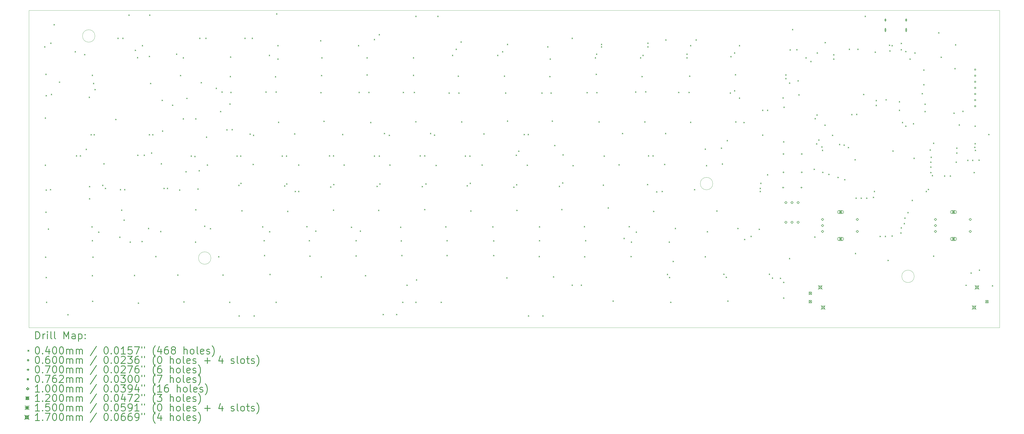
<source format=gbr>
%FSLAX45Y45*%
G04 Gerber Fmt 4.5, Leading zero omitted, Abs format (unit mm)*
G04 Created by KiCad (PCBNEW (5.1.12)-1) date 2022-01-08 21:53:54*
%MOMM*%
%LPD*%
G01*
G04 APERTURE LIST*
%TA.AperFunction,Profile*%
%ADD10C,0.050000*%
%TD*%
%ADD11C,0.200000*%
%ADD12C,0.300000*%
G04 APERTURE END LIST*
D10*
X-4064000Y-9652000D02*
X36322000Y-9652000D01*
X-4064000Y3556000D02*
X-4064000Y-9652000D01*
X36322000Y3556000D02*
X-4064000Y3556000D01*
X36322000Y-9652000D02*
X36322000Y3556000D01*
X-1315770Y2489200D02*
G75*
G03*
X-1315770Y2489200I-259030J0D01*
G01*
X32771030Y-7518400D02*
G75*
G03*
X32771030Y-7518400I-259030J0D01*
G01*
X24389030Y-3657600D02*
G75*
G03*
X24389030Y-3657600I-259030J0D01*
G01*
X3510230Y-6756400D02*
G75*
G03*
X3510230Y-6756400I-259030J0D01*
G01*
D11*
X-3423600Y2052000D02*
X-3383600Y2012000D01*
X-3383600Y2052000D02*
X-3423600Y2012000D01*
X-3398200Y-907100D02*
X-3358200Y-947100D01*
X-3358200Y-907100D02*
X-3398200Y-947100D01*
X-3398200Y-2875600D02*
X-3358200Y-2915600D01*
X-3358200Y-2875600D02*
X-3398200Y-2915600D01*
X-3385500Y-6698300D02*
X-3345500Y-6738300D01*
X-3345500Y-6698300D02*
X-3385500Y-6738300D01*
X-3372800Y909000D02*
X-3332800Y869000D01*
X-3332800Y909000D02*
X-3372800Y869000D01*
X-3372800Y-4831400D02*
X-3332800Y-4871400D01*
X-3332800Y-4831400D02*
X-3372800Y-4871400D01*
X-3360100Y20000D02*
X-3320100Y-20000D01*
X-3320100Y20000D02*
X-3360100Y-20000D01*
X-3360100Y-3904300D02*
X-3320100Y-3944300D01*
X-3320100Y-3904300D02*
X-3360100Y-3944300D01*
X-3360100Y-7549200D02*
X-3320100Y-7589200D01*
X-3320100Y-7549200D02*
X-3360100Y-7589200D01*
X-3347400Y-8577900D02*
X-3307400Y-8617900D01*
X-3307400Y-8577900D02*
X-3347400Y-8617900D01*
X-3271200Y-5529900D02*
X-3231200Y-5569900D01*
X-3231200Y-5529900D02*
X-3271200Y-5569900D01*
X-3182300Y-3891600D02*
X-3142300Y-3931600D01*
X-3142300Y-3891600D02*
X-3182300Y-3931600D01*
X-3169600Y2204400D02*
X-3129600Y2164400D01*
X-3129600Y2204400D02*
X-3169600Y2164400D01*
X-3144200Y70800D02*
X-3104200Y30800D01*
X-3104200Y70800D02*
X-3144200Y30800D01*
X-3029900Y2979100D02*
X-2989900Y2939100D01*
X-2989900Y2979100D02*
X-3029900Y2939100D01*
X-2807650Y585150D02*
X-2767650Y545150D01*
X-2767650Y585150D02*
X-2807650Y545150D01*
X-2458400Y-9098600D02*
X-2418400Y-9138600D01*
X-2418400Y-9098600D02*
X-2458400Y-9138600D01*
X-2153600Y1848800D02*
X-2113600Y1808800D01*
X-2113600Y1848800D02*
X-2153600Y1808800D01*
X-2102800Y-2481900D02*
X-2062800Y-2521900D01*
X-2062800Y-2481900D02*
X-2102800Y-2521900D01*
X-1937700Y-2481900D02*
X-1897700Y-2521900D01*
X-1897700Y-2481900D02*
X-1937700Y-2521900D01*
X-1759900Y1734500D02*
X-1719900Y1694500D01*
X-1719900Y1734500D02*
X-1759900Y1694500D01*
X-1696400Y-2215200D02*
X-1656400Y-2255200D01*
X-1656400Y-2215200D02*
X-1696400Y-2255200D01*
X-1569400Y-43500D02*
X-1529400Y-83500D01*
X-1529400Y-43500D02*
X-1569400Y-83500D01*
X-1556700Y-3764600D02*
X-1516700Y-3804600D01*
X-1516700Y-3764600D02*
X-1556700Y-3804600D01*
X-1556700Y-4272600D02*
X-1516700Y-4312600D01*
X-1516700Y-4272600D02*
X-1556700Y-4312600D01*
X-1493200Y-1605600D02*
X-1453200Y-1645600D01*
X-1453200Y-1605600D02*
X-1493200Y-1645600D01*
X-1455100Y-5441000D02*
X-1415100Y-5481000D01*
X-1415100Y-5441000D02*
X-1455100Y-5481000D01*
X-1442400Y870900D02*
X-1402400Y830900D01*
X-1402400Y870900D02*
X-1442400Y830900D01*
X-1442400Y-6012500D02*
X-1402400Y-6052500D01*
X-1402400Y-6012500D02*
X-1442400Y-6052500D01*
X-1442400Y-7473000D02*
X-1402400Y-7513000D01*
X-1402400Y-7473000D02*
X-1442400Y-7513000D01*
X-1429700Y-8539800D02*
X-1389700Y-8579800D01*
X-1389700Y-8539800D02*
X-1429700Y-8579800D01*
X-1417000Y-6698300D02*
X-1377000Y-6738300D01*
X-1377000Y-6698300D02*
X-1417000Y-6738300D01*
X-1391600Y528000D02*
X-1351600Y488000D01*
X-1351600Y528000D02*
X-1391600Y488000D01*
X-1366200Y-1605600D02*
X-1326200Y-1645600D01*
X-1326200Y-1605600D02*
X-1366200Y-1645600D01*
X-1328100Y274000D02*
X-1288100Y234000D01*
X-1288100Y274000D02*
X-1328100Y234000D01*
X-1175700Y-5656900D02*
X-1135700Y-5696900D01*
X-1135700Y-5656900D02*
X-1175700Y-5696900D01*
X-1010600Y-3713800D02*
X-970600Y-3753800D01*
X-970600Y-3713800D02*
X-1010600Y-3753800D01*
X-959800Y-2812100D02*
X-919800Y-2852100D01*
X-919800Y-2812100D02*
X-959800Y-2852100D01*
X-896300Y-3840800D02*
X-856300Y-3880800D01*
X-856300Y-3840800D02*
X-896300Y-3880800D01*
X-464500Y-970600D02*
X-424500Y-1010600D01*
X-424500Y-970600D02*
X-464500Y-1010600D01*
X-375600Y2407600D02*
X-335600Y2367600D01*
X-335600Y2407600D02*
X-375600Y2367600D01*
X-299400Y-5872800D02*
X-259400Y-5912800D01*
X-259400Y-5872800D02*
X-299400Y-5912800D01*
X-274000Y-3891600D02*
X-234000Y-3931600D01*
X-234000Y-3891600D02*
X-274000Y-3931600D01*
X-223200Y-4742500D02*
X-183200Y-4782500D01*
X-183200Y-4742500D02*
X-223200Y-4782500D01*
X-172400Y2407600D02*
X-132400Y2367600D01*
X-132400Y2407600D02*
X-172400Y2367600D01*
X-121600Y-5161600D02*
X-81600Y-5201600D01*
X-81600Y-5161600D02*
X-121600Y-5201600D01*
X-96200Y-3891600D02*
X-56200Y-3931600D01*
X-56200Y-3891600D02*
X-96200Y-3931600D01*
X81600Y3372800D02*
X121600Y3332800D01*
X121600Y3372800D02*
X81600Y3332800D01*
X132400Y-6076000D02*
X172400Y-6116000D01*
X172400Y-6076000D02*
X132400Y-6116000D01*
X310200Y-7460300D02*
X350200Y-7500300D01*
X350200Y-7460300D02*
X310200Y-7500300D01*
X348300Y1912300D02*
X388300Y1872300D01*
X388300Y1912300D02*
X348300Y1872300D01*
X437200Y1607500D02*
X477200Y1567500D01*
X477200Y1607500D02*
X437200Y1567500D01*
X449900Y-2456500D02*
X489900Y-2496500D01*
X489900Y-2456500D02*
X449900Y-2496500D01*
X475300Y-8616000D02*
X515300Y-8656000D01*
X515300Y-8616000D02*
X475300Y-8656000D01*
X627700Y-6050600D02*
X667700Y-6090600D01*
X667700Y-6050600D02*
X627700Y-6090600D01*
X640400Y2102800D02*
X680400Y2062800D01*
X680400Y2102800D02*
X640400Y2062800D01*
X716600Y-2456500D02*
X756600Y-2496500D01*
X756600Y-2456500D02*
X716600Y-2496500D01*
X894400Y-5504500D02*
X934400Y-5544500D01*
X934400Y-5504500D02*
X894400Y-5544500D01*
X932500Y1658300D02*
X972500Y1618300D01*
X972500Y1658300D02*
X932500Y1618300D01*
X932500Y-1605600D02*
X972500Y-1645600D01*
X972500Y-1605600D02*
X932500Y-1645600D01*
X945200Y3372800D02*
X985200Y3332800D01*
X985200Y3372800D02*
X945200Y3332800D01*
X983300Y528000D02*
X1023300Y488000D01*
X1023300Y528000D02*
X983300Y488000D01*
X1021400Y-2367600D02*
X1061400Y-2407600D01*
X1061400Y-2367600D02*
X1021400Y-2407600D01*
X1072200Y-1605600D02*
X1112200Y-1645600D01*
X1112200Y-1605600D02*
X1072200Y-1645600D01*
X1199200Y-6672900D02*
X1239200Y-6712900D01*
X1239200Y-6672900D02*
X1199200Y-6712900D01*
X1402400Y-5631500D02*
X1442400Y-5671500D01*
X1442400Y-5631500D02*
X1402400Y-5671500D01*
X1427800Y-2812100D02*
X1467800Y-2852100D01*
X1467800Y-2812100D02*
X1427800Y-2852100D01*
X1465900Y-170500D02*
X1505900Y-210500D01*
X1505900Y-170500D02*
X1465900Y-210500D01*
X1478600Y-1453200D02*
X1518600Y-1493200D01*
X1518600Y-1453200D02*
X1478600Y-1493200D01*
X1542100Y-3840800D02*
X1582100Y-3880800D01*
X1582100Y-3840800D02*
X1542100Y-3880800D01*
X1681800Y-3840800D02*
X1721800Y-3880800D01*
X1721800Y-3840800D02*
X1681800Y-3880800D01*
X1897700Y-373700D02*
X1937700Y-413700D01*
X1937700Y-373700D02*
X1897700Y-413700D01*
X2062800Y1747200D02*
X2102800Y1707200D01*
X2102800Y1747200D02*
X2062800Y1707200D01*
X2113600Y-7447600D02*
X2153600Y-7487600D01*
X2153600Y-7447600D02*
X2113600Y-7487600D01*
X2189800Y-3904300D02*
X2229800Y-3944300D01*
X2229800Y-3904300D02*
X2189800Y-3944300D01*
X2227900Y858200D02*
X2267900Y818200D01*
X2267900Y858200D02*
X2227900Y818200D01*
X2342200Y1594800D02*
X2382200Y1554800D01*
X2382200Y1594800D02*
X2342200Y1554800D01*
X2342200Y-945200D02*
X2382200Y-985200D01*
X2382200Y-945200D02*
X2342200Y-985200D01*
X2367600Y-8565200D02*
X2407600Y-8605200D01*
X2407600Y-8565200D02*
X2367600Y-8605200D01*
X2456500Y-3142300D02*
X2496500Y-3182300D01*
X2496500Y-3142300D02*
X2456500Y-3182300D01*
X2489520Y-91760D02*
X2529520Y-131760D01*
X2529520Y-91760D02*
X2489520Y-131760D01*
X2672400Y-2494600D02*
X2712400Y-2534600D01*
X2712400Y-2494600D02*
X2672400Y-2534600D01*
X2824800Y-2507300D02*
X2864800Y-2547300D01*
X2864800Y-2507300D02*
X2824800Y-2547300D01*
X2850200Y-6076000D02*
X2890200Y-6116000D01*
X2890200Y-6076000D02*
X2850200Y-6116000D01*
X2862900Y-945200D02*
X2902900Y-985200D01*
X2902900Y-945200D02*
X2862900Y-985200D01*
X2862900Y-4729800D02*
X2902900Y-4769800D01*
X2902900Y-4729800D02*
X2862900Y-4769800D01*
X2951800Y-3866200D02*
X2991800Y-3906200D01*
X2991800Y-3866200D02*
X2951800Y-3906200D01*
X3002600Y-3104200D02*
X3042600Y-3144200D01*
X3042600Y-3104200D02*
X3002600Y-3144200D01*
X3028000Y2407600D02*
X3068000Y2367600D01*
X3068000Y2407600D02*
X3028000Y2367600D01*
X3091500Y566100D02*
X3131500Y526100D01*
X3131500Y566100D02*
X3091500Y526100D01*
X3231200Y-5415600D02*
X3271200Y-5455600D01*
X3271200Y-5415600D02*
X3231200Y-5455600D01*
X3282000Y2407600D02*
X3322000Y2367600D01*
X3322000Y2407600D02*
X3282000Y2367600D01*
X3307400Y-1707200D02*
X3347400Y-1747200D01*
X3347400Y-1707200D02*
X3307400Y-1747200D01*
X3345500Y-2862900D02*
X3385500Y-2902900D01*
X3385500Y-2862900D02*
X3345500Y-2902900D01*
X3472500Y-5517200D02*
X3512500Y-5557200D01*
X3512500Y-5517200D02*
X3472500Y-5557200D01*
X3713800Y324800D02*
X3753800Y284800D01*
X3753800Y324800D02*
X3713800Y284800D01*
X3815400Y-6685600D02*
X3855400Y-6725600D01*
X3855400Y-6685600D02*
X3815400Y-6725600D01*
X3896680Y-635320D02*
X3936680Y-675320D01*
X3936680Y-635320D02*
X3896680Y-675320D01*
X3955100Y172400D02*
X3995100Y132400D01*
X3995100Y172400D02*
X3955100Y132400D01*
X3993200Y-7447600D02*
X4033200Y-7487600D01*
X4033200Y-7447600D02*
X3993200Y-7487600D01*
X4158300Y-1402400D02*
X4198300Y-1442400D01*
X4198300Y-1402400D02*
X4158300Y-1442400D01*
X4272600Y-8577900D02*
X4312600Y-8617900D01*
X4312600Y-8577900D02*
X4272600Y-8617900D01*
X4285300Y-322900D02*
X4325300Y-362900D01*
X4325300Y-322900D02*
X4285300Y-362900D01*
X4298000Y820100D02*
X4338000Y780100D01*
X4338000Y820100D02*
X4298000Y780100D01*
X4310700Y1632900D02*
X4350700Y1592900D01*
X4350700Y1632900D02*
X4310700Y1592900D01*
X4323400Y159700D02*
X4363400Y119700D01*
X4363400Y159700D02*
X4323400Y119700D01*
X4374200Y-1389700D02*
X4414200Y-1429700D01*
X4414200Y-1389700D02*
X4374200Y-1429700D01*
X4577400Y-2494600D02*
X4617400Y-2534600D01*
X4617400Y-2494600D02*
X4577400Y-2534600D01*
X4653600Y-3713800D02*
X4693600Y-3753800D01*
X4693600Y-3713800D02*
X4653600Y-3753800D01*
X4666300Y-9149400D02*
X4706300Y-9189400D01*
X4706300Y-9149400D02*
X4666300Y-9189400D01*
X4729800Y-2494600D02*
X4769800Y-2534600D01*
X4769800Y-2494600D02*
X4729800Y-2534600D01*
X4742500Y-3624900D02*
X4782500Y-3664900D01*
X4782500Y-3624900D02*
X4742500Y-3664900D01*
X4780600Y-4767900D02*
X4820600Y-4807900D01*
X4820600Y-4767900D02*
X4780600Y-4807900D01*
X4907600Y2407600D02*
X4947600Y2367600D01*
X4947600Y2407600D02*
X4907600Y2367600D01*
X5123500Y-1580200D02*
X5163500Y-1620200D01*
X5163500Y-1580200D02*
X5123500Y-1620200D01*
X5212400Y2407600D02*
X5252400Y2367600D01*
X5252400Y2407600D02*
X5212400Y2367600D01*
X5250500Y-2837500D02*
X5290500Y-2877500D01*
X5290500Y-2837500D02*
X5250500Y-2877500D01*
X5263200Y-1631000D02*
X5303200Y-1671000D01*
X5303200Y-1631000D02*
X5263200Y-1671000D01*
X5288600Y-9149400D02*
X5328600Y-9189400D01*
X5328600Y-9149400D02*
X5288600Y-9189400D01*
X5644200Y-5441000D02*
X5684200Y-5481000D01*
X5684200Y-5441000D02*
X5644200Y-5481000D01*
X5707700Y-6012500D02*
X5747700Y-6052500D01*
X5747700Y-6012500D02*
X5707700Y-6052500D01*
X5720400Y-6634800D02*
X5760400Y-6674800D01*
X5760400Y-6634800D02*
X5720400Y-6674800D01*
X5783900Y172400D02*
X5823900Y132400D01*
X5823900Y172400D02*
X5783900Y132400D01*
X5923600Y1696400D02*
X5963600Y1656400D01*
X5963600Y1696400D02*
X5923600Y1656400D01*
X5936300Y-5644200D02*
X5976300Y-5684200D01*
X5976300Y-5644200D02*
X5936300Y-5684200D01*
X5949000Y-7422200D02*
X5989000Y-7462200D01*
X5989000Y-7422200D02*
X5949000Y-7462200D01*
X6177600Y807400D02*
X6217600Y767400D01*
X6217600Y807400D02*
X6177600Y767400D01*
X6203000Y172400D02*
X6243000Y132400D01*
X6243000Y172400D02*
X6203000Y132400D01*
X6203000Y-8577900D02*
X6243000Y-8617900D01*
X6243000Y-8577900D02*
X6203000Y-8617900D01*
X6228400Y3423600D02*
X6268400Y3383600D01*
X6268400Y3423600D02*
X6228400Y3383600D01*
X6279200Y2102800D02*
X6319200Y2062800D01*
X6319200Y2102800D02*
X6279200Y2062800D01*
X6279200Y1544000D02*
X6319200Y1504000D01*
X6319200Y1544000D02*
X6279200Y1504000D01*
X6304600Y-1084900D02*
X6344600Y-1124900D01*
X6344600Y-1084900D02*
X6304600Y-1124900D01*
X6457000Y-2494600D02*
X6497000Y-2534600D01*
X6497000Y-2494600D02*
X6457000Y-2534600D01*
X6558600Y-3739200D02*
X6598600Y-3779200D01*
X6598600Y-3739200D02*
X6558600Y-3779200D01*
X6634800Y-2494600D02*
X6674800Y-2534600D01*
X6674800Y-2494600D02*
X6634800Y-2534600D01*
X6647500Y-3650300D02*
X6687500Y-3690300D01*
X6687500Y-3650300D02*
X6647500Y-3690300D01*
X6685600Y-4793300D02*
X6725600Y-4833300D01*
X6725600Y-4793300D02*
X6685600Y-4833300D01*
X6977700Y-1567500D02*
X7017700Y-1607500D01*
X7017700Y-1567500D02*
X6977700Y-1607500D01*
X7003100Y-3967800D02*
X7043100Y-4007800D01*
X7043100Y-3967800D02*
X7003100Y-4007800D01*
X7142800Y-2862900D02*
X7182800Y-2902900D01*
X7182800Y-2862900D02*
X7142800Y-2902900D01*
X7142800Y-3967800D02*
X7182800Y-4007800D01*
X7182800Y-3967800D02*
X7142800Y-4007800D01*
X7485700Y-5428300D02*
X7525700Y-5468300D01*
X7525700Y-5428300D02*
X7485700Y-5468300D01*
X7587300Y-6012500D02*
X7627300Y-6052500D01*
X7627300Y-6012500D02*
X7587300Y-6052500D01*
X7612700Y-6660200D02*
X7652700Y-6700200D01*
X7652700Y-6660200D02*
X7612700Y-6700200D01*
X7854000Y-5618800D02*
X7894000Y-5658800D01*
X7894000Y-5618800D02*
X7854000Y-5658800D01*
X8057200Y2306000D02*
X8097200Y2266000D01*
X8097200Y2306000D02*
X8057200Y2266000D01*
X8069900Y147000D02*
X8109900Y107000D01*
X8109900Y147000D02*
X8069900Y107000D01*
X8082600Y-7523800D02*
X8122600Y-7563800D01*
X8122600Y-7523800D02*
X8082600Y-7563800D01*
X8095300Y858200D02*
X8135300Y818200D01*
X8135300Y858200D02*
X8095300Y818200D01*
X8108000Y1594800D02*
X8148000Y1554800D01*
X8148000Y1594800D02*
X8108000Y1554800D01*
X8196900Y-1046800D02*
X8236900Y-1086800D01*
X8236900Y-1046800D02*
X8196900Y-1086800D01*
X8425500Y-2481900D02*
X8465500Y-2521900D01*
X8465500Y-2481900D02*
X8425500Y-2521900D01*
X8476300Y-3777300D02*
X8516300Y-3817300D01*
X8516300Y-3777300D02*
X8476300Y-3817300D01*
X8590600Y-2481900D02*
X8630600Y-2521900D01*
X8630600Y-2481900D02*
X8590600Y-2521900D01*
X8590600Y-4742500D02*
X8630600Y-4782500D01*
X8630600Y-4742500D02*
X8590600Y-4782500D01*
X8603300Y-3675700D02*
X8643300Y-3715700D01*
X8643300Y-3675700D02*
X8603300Y-3715700D01*
X8971600Y-1592900D02*
X9011600Y-1632900D01*
X9011600Y-1592900D02*
X8971600Y-1632900D01*
X9035100Y-2862900D02*
X9075100Y-2902900D01*
X9075100Y-2862900D02*
X9035100Y-2902900D01*
X9339900Y-5453700D02*
X9379900Y-5493700D01*
X9379900Y-5453700D02*
X9339900Y-5493700D01*
X9530400Y-6012500D02*
X9570400Y-6052500D01*
X9570400Y-6012500D02*
X9530400Y-6052500D01*
X9530400Y-6647500D02*
X9570400Y-6687500D01*
X9570400Y-6647500D02*
X9530400Y-6687500D01*
X9632000Y2102800D02*
X9672000Y2062800D01*
X9672000Y2102800D02*
X9632000Y2062800D01*
X9657400Y159700D02*
X9697400Y119700D01*
X9697400Y159700D02*
X9657400Y119700D01*
X9708200Y-5618800D02*
X9748200Y-5658800D01*
X9748200Y-5618800D02*
X9708200Y-5658800D01*
X9924100Y-7473000D02*
X9964100Y-7513000D01*
X9964100Y-7473000D02*
X9924100Y-7513000D01*
X9987600Y1594800D02*
X10027600Y1554800D01*
X10027600Y1594800D02*
X9987600Y1554800D01*
X9987600Y883600D02*
X10027600Y843600D01*
X10027600Y883600D02*
X9987600Y843600D01*
X10063800Y159700D02*
X10103800Y119700D01*
X10103800Y159700D02*
X10063800Y119700D01*
X10140000Y-1097600D02*
X10180000Y-1137600D01*
X10180000Y-1097600D02*
X10140000Y-1137600D01*
X10292400Y2356800D02*
X10332400Y2316800D01*
X10332400Y2356800D02*
X10292400Y2316800D01*
X10292400Y-2494600D02*
X10332400Y-2534600D01*
X10332400Y-2494600D02*
X10292400Y-2534600D01*
X10406700Y-3751900D02*
X10446700Y-3791900D01*
X10446700Y-3751900D02*
X10406700Y-3791900D01*
X10470200Y-4755200D02*
X10510200Y-4795200D01*
X10510200Y-4755200D02*
X10470200Y-4795200D01*
X10495600Y2560000D02*
X10535600Y2520000D01*
X10535600Y2560000D02*
X10495600Y2520000D01*
X10495600Y-2494600D02*
X10535600Y-2534600D01*
X10535600Y-2494600D02*
X10495600Y-2534600D01*
X10521000Y-3650300D02*
X10561000Y-3690300D01*
X10561000Y-3650300D02*
X10521000Y-3690300D01*
X10660700Y-9085900D02*
X10700700Y-9125900D01*
X10700700Y-9085900D02*
X10660700Y-9125900D01*
X10711500Y-1554800D02*
X10751500Y-1594800D01*
X10751500Y-1554800D02*
X10711500Y-1594800D01*
X10914700Y-1631000D02*
X10954700Y-1671000D01*
X10954700Y-1631000D02*
X10914700Y-1671000D01*
X10940100Y-2862900D02*
X10980100Y-2902900D01*
X10980100Y-2862900D02*
X10940100Y-2902900D01*
X11219500Y-9085900D02*
X11259500Y-9125900D01*
X11259500Y-9085900D02*
X11219500Y-9125900D01*
X11384600Y-5453700D02*
X11424600Y-5493700D01*
X11424600Y-5453700D02*
X11384600Y-5493700D01*
X11410000Y-6025200D02*
X11450000Y-6065200D01*
X11450000Y-6025200D02*
X11410000Y-6065200D01*
X11435400Y-6634800D02*
X11475400Y-6674800D01*
X11475400Y-6634800D02*
X11435400Y-6674800D01*
X11473500Y-8577900D02*
X11513500Y-8617900D01*
X11513500Y-8577900D02*
X11473500Y-8617900D01*
X11498900Y159700D02*
X11538900Y119700D01*
X11538900Y159700D02*
X11498900Y119700D01*
X11651300Y-7866700D02*
X11691300Y-7906700D01*
X11691300Y-7866700D02*
X11651300Y-7906700D01*
X11918000Y1594800D02*
X11958000Y1554800D01*
X11958000Y1594800D02*
X11918000Y1554800D01*
X11918000Y870900D02*
X11958000Y830900D01*
X11958000Y870900D02*
X11918000Y830900D01*
X11956100Y159700D02*
X11996100Y119700D01*
X11996100Y159700D02*
X11956100Y119700D01*
X12013250Y-1065850D02*
X12053250Y-1105850D01*
X12053250Y-1065850D02*
X12013250Y-1105850D01*
X12019600Y3322000D02*
X12059600Y3282000D01*
X12059600Y3322000D02*
X12019600Y3282000D01*
X12019600Y-8577900D02*
X12059600Y-8617900D01*
X12059600Y-8577900D02*
X12019600Y-8617900D01*
X12045000Y-7650800D02*
X12085000Y-7690800D01*
X12085000Y-7650800D02*
X12045000Y-7690800D01*
X12197400Y-2481900D02*
X12237400Y-2521900D01*
X12237400Y-2481900D02*
X12197400Y-2521900D01*
X12286300Y-3764600D02*
X12326300Y-3804600D01*
X12326300Y-3764600D02*
X12286300Y-3804600D01*
X12387900Y-2481900D02*
X12427900Y-2521900D01*
X12427900Y-2481900D02*
X12387900Y-2521900D01*
X12387900Y-4717100D02*
X12427900Y-4757100D01*
X12427900Y-4717100D02*
X12387900Y-4757100D01*
X12438700Y-3650300D02*
X12478700Y-3690300D01*
X12478700Y-3650300D02*
X12438700Y-3690300D01*
X12629200Y-1554800D02*
X12669200Y-1594800D01*
X12669200Y-1554800D02*
X12629200Y-1594800D01*
X12794300Y-1618300D02*
X12834300Y-1658300D01*
X12834300Y-1618300D02*
X12794300Y-1658300D01*
X12864150Y-2881950D02*
X12904150Y-2921950D01*
X12904150Y-2881950D02*
X12864150Y-2921950D01*
X12934000Y3322000D02*
X12974000Y3282000D01*
X12974000Y3322000D02*
X12934000Y3282000D01*
X13073700Y-8577900D02*
X13113700Y-8617900D01*
X13113700Y-8577900D02*
X13073700Y-8617900D01*
X13264200Y-5441000D02*
X13304200Y-5481000D01*
X13304200Y-5441000D02*
X13264200Y-5481000D01*
X13315000Y-6012500D02*
X13355000Y-6052500D01*
X13355000Y-6012500D02*
X13315000Y-6052500D01*
X13315000Y-6634800D02*
X13355000Y-6674800D01*
X13355000Y-6634800D02*
X13315000Y-6674800D01*
X13403900Y134300D02*
X13443900Y94300D01*
X13443900Y134300D02*
X13403900Y94300D01*
X13543600Y1696400D02*
X13583600Y1656400D01*
X13583600Y1696400D02*
X13543600Y1656400D01*
X13696000Y1950400D02*
X13736000Y1910400D01*
X13736000Y1950400D02*
X13696000Y1910400D01*
X13784900Y832800D02*
X13824900Y792800D01*
X13824900Y832800D02*
X13784900Y792800D01*
X13810300Y134300D02*
X13850300Y94300D01*
X13850300Y134300D02*
X13810300Y94300D01*
X13899200Y2255200D02*
X13939200Y2215200D01*
X13939200Y2255200D02*
X13899200Y2215200D01*
X13924600Y-1072200D02*
X13964600Y-1112200D01*
X13964600Y-1072200D02*
X13924600Y-1112200D01*
X14077000Y-2494600D02*
X14117000Y-2534600D01*
X14117000Y-2494600D02*
X14077000Y-2534600D01*
X14153200Y-3726500D02*
X14193200Y-3766500D01*
X14193200Y-3726500D02*
X14153200Y-3766500D01*
X14267500Y-2494600D02*
X14307500Y-2534600D01*
X14307500Y-2494600D02*
X14267500Y-2534600D01*
X14280200Y-3624900D02*
X14320200Y-3664900D01*
X14320200Y-3624900D02*
X14280200Y-3664900D01*
X14305600Y-4780600D02*
X14345600Y-4820600D01*
X14345600Y-4780600D02*
X14305600Y-4820600D01*
X14775500Y-2862900D02*
X14815500Y-2902900D01*
X14815500Y-2862900D02*
X14775500Y-2902900D01*
X14851700Y-1567500D02*
X14891700Y-1607500D01*
X14891700Y-1567500D02*
X14851700Y-1607500D01*
X15220000Y-5441000D02*
X15260000Y-5481000D01*
X15260000Y-5441000D02*
X15220000Y-5481000D01*
X15258100Y-6025200D02*
X15298100Y-6065200D01*
X15298100Y-6025200D02*
X15258100Y-6065200D01*
X15258100Y-6634800D02*
X15298100Y-6674800D01*
X15298100Y-6634800D02*
X15258100Y-6674800D01*
X15423200Y1696400D02*
X15463200Y1656400D01*
X15463200Y1696400D02*
X15423200Y1656400D01*
X15626400Y1848800D02*
X15666400Y1808800D01*
X15666400Y1848800D02*
X15626400Y1808800D01*
X15702600Y832800D02*
X15742600Y792800D01*
X15742600Y832800D02*
X15702600Y792800D01*
X15753400Y134300D02*
X15793400Y94300D01*
X15793400Y134300D02*
X15753400Y94300D01*
X15804200Y-7561900D02*
X15844200Y-7601900D01*
X15844200Y-7561900D02*
X15804200Y-7601900D01*
X15829600Y2153600D02*
X15869600Y2113600D01*
X15869600Y2153600D02*
X15829600Y2113600D01*
X15829600Y-1034100D02*
X15869600Y-1074100D01*
X15869600Y-1034100D02*
X15829600Y-1074100D01*
X16096300Y-3790000D02*
X16136300Y-3830000D01*
X16136300Y-3790000D02*
X16096300Y-3830000D01*
X16197900Y-2456500D02*
X16237900Y-2496500D01*
X16237900Y-2456500D02*
X16197900Y-2496500D01*
X16210600Y-3688400D02*
X16250600Y-3728400D01*
X16250600Y-3688400D02*
X16210600Y-3728400D01*
X16223300Y-4755200D02*
X16263300Y-4795200D01*
X16263300Y-4755200D02*
X16223300Y-4795200D01*
X16299500Y-2291400D02*
X16339500Y-2331400D01*
X16339500Y-2291400D02*
X16299500Y-2331400D01*
X16528100Y-1592900D02*
X16568100Y-1632900D01*
X16568100Y-1592900D02*
X16528100Y-1632900D01*
X16655100Y-2875600D02*
X16695100Y-2915600D01*
X16695100Y-2875600D02*
X16655100Y-2915600D01*
X16693200Y-1592900D02*
X16733200Y-1632900D01*
X16733200Y-1592900D02*
X16693200Y-1632900D01*
X16705900Y-9149400D02*
X16745900Y-9189400D01*
X16745900Y-9149400D02*
X16705900Y-9189400D01*
X17150400Y-6672900D02*
X17190400Y-6712900D01*
X17190400Y-6672900D02*
X17150400Y-6712900D01*
X17163100Y-5441000D02*
X17203100Y-5481000D01*
X17203100Y-5441000D02*
X17163100Y-5481000D01*
X17163100Y-6012500D02*
X17203100Y-6052500D01*
X17203100Y-6012500D02*
X17163100Y-6052500D01*
X17264700Y134300D02*
X17304700Y94300D01*
X17304700Y134300D02*
X17264700Y94300D01*
X17302800Y-9149400D02*
X17342800Y-9189400D01*
X17342800Y-9149400D02*
X17302800Y-9189400D01*
X17506000Y2052000D02*
X17546000Y2012000D01*
X17546000Y2052000D02*
X17506000Y2012000D01*
X17594900Y820100D02*
X17634900Y780100D01*
X17634900Y820100D02*
X17594900Y780100D01*
X17607600Y1544000D02*
X17647600Y1504000D01*
X17647600Y1544000D02*
X17607600Y1504000D01*
X17645700Y134300D02*
X17685700Y94300D01*
X17685700Y134300D02*
X17645700Y94300D01*
X17696500Y-1034100D02*
X17736500Y-1074100D01*
X17736500Y-1034100D02*
X17696500Y-1074100D01*
X17747300Y-7523800D02*
X17787300Y-7563800D01*
X17787300Y-7523800D02*
X17747300Y-7563800D01*
X17798100Y-2050100D02*
X17838100Y-2090100D01*
X17838100Y-2050100D02*
X17798100Y-2090100D01*
X17988600Y-3751900D02*
X18028600Y-3791900D01*
X18028600Y-3751900D02*
X17988600Y-3791900D01*
X18090200Y-4717100D02*
X18130200Y-4757100D01*
X18130200Y-4717100D02*
X18090200Y-4757100D01*
X18128300Y-3612200D02*
X18168300Y-3652200D01*
X18168300Y-3612200D02*
X18128300Y-3652200D01*
X18141000Y-2443800D02*
X18181000Y-2483800D01*
X18181000Y-2443800D02*
X18141000Y-2483800D01*
X18522000Y2407600D02*
X18562000Y2367600D01*
X18562000Y2407600D02*
X18522000Y2367600D01*
X18522000Y-7866700D02*
X18562000Y-7906700D01*
X18562000Y-7866700D02*
X18522000Y-7906700D01*
X18560100Y-2888300D02*
X18600100Y-2928300D01*
X18600100Y-2888300D02*
X18560100Y-2928300D01*
X18903000Y-7866700D02*
X18943000Y-7906700D01*
X18943000Y-7866700D02*
X18903000Y-7906700D01*
X19030000Y-5428300D02*
X19070000Y-5468300D01*
X19070000Y-5428300D02*
X19030000Y-5468300D01*
X19042700Y-6685600D02*
X19082700Y-6725600D01*
X19082700Y-6685600D02*
X19042700Y-6725600D01*
X19080800Y-6012500D02*
X19120800Y-6052500D01*
X19120800Y-6012500D02*
X19080800Y-6052500D01*
X19144300Y147000D02*
X19184300Y107000D01*
X19184300Y147000D02*
X19144300Y107000D01*
X19487200Y1594800D02*
X19527200Y1554800D01*
X19527200Y1594800D02*
X19487200Y1554800D01*
X19525300Y909000D02*
X19565300Y869000D01*
X19565300Y909000D02*
X19525300Y869000D01*
X19538000Y1747200D02*
X19578000Y1707200D01*
X19578000Y1747200D02*
X19538000Y1707200D01*
X19550700Y147000D02*
X19590700Y107000D01*
X19590700Y147000D02*
X19550700Y107000D01*
X19639600Y-1072200D02*
X19679600Y-1112200D01*
X19679600Y-1072200D02*
X19639600Y-1112200D01*
X19741200Y2153600D02*
X19781200Y2113600D01*
X19781200Y2153600D02*
X19741200Y2113600D01*
X19741200Y2052000D02*
X19781200Y2012000D01*
X19781200Y2052000D02*
X19741200Y2012000D01*
X19817400Y-3701100D02*
X19857400Y-3741100D01*
X19857400Y-3701100D02*
X19817400Y-3741100D01*
X19855500Y-2494600D02*
X19895500Y-2534600D01*
X19895500Y-2494600D02*
X19855500Y-2534600D01*
X20020600Y-4653600D02*
X20060600Y-4693600D01*
X20060600Y-4653600D02*
X20020600Y-4693600D01*
X20223800Y-8527100D02*
X20263800Y-8567100D01*
X20263800Y-8527100D02*
X20223800Y-8567100D01*
X20471450Y-2856550D02*
X20511450Y-2896550D01*
X20511450Y-2856550D02*
X20471450Y-2896550D01*
X20617500Y-1554800D02*
X20657500Y-1594800D01*
X20657500Y-1554800D02*
X20617500Y-1594800D01*
X20681000Y-5923600D02*
X20721000Y-5963600D01*
X20721000Y-5923600D02*
X20681000Y-5963600D01*
X20896900Y-5428300D02*
X20936900Y-5468300D01*
X20936900Y-5428300D02*
X20896900Y-5468300D01*
X20973100Y-6672900D02*
X21013100Y-6712900D01*
X21013100Y-6672900D02*
X20973100Y-6712900D01*
X20985800Y-6076000D02*
X21025800Y-6116000D01*
X21025800Y-6076000D02*
X20985800Y-6116000D01*
X21163600Y172400D02*
X21203600Y132400D01*
X21203600Y172400D02*
X21163600Y132400D01*
X21189000Y-5656900D02*
X21229000Y-5696900D01*
X21229000Y-5656900D02*
X21189000Y-5696900D01*
X21366800Y1594800D02*
X21406800Y1554800D01*
X21406800Y1594800D02*
X21366800Y1554800D01*
X21430300Y820100D02*
X21470300Y780100D01*
X21470300Y820100D02*
X21430300Y780100D01*
X21468400Y1696400D02*
X21508400Y1656400D01*
X21508400Y1696400D02*
X21468400Y1656400D01*
X21544600Y-1072200D02*
X21584600Y-1112200D01*
X21584600Y-1072200D02*
X21544600Y-1112200D01*
X21582700Y185100D02*
X21622700Y145100D01*
X21622700Y185100D02*
X21582700Y145100D01*
X21658900Y-3675700D02*
X21698900Y-3715700D01*
X21698900Y-3675700D02*
X21658900Y-3715700D01*
X21671600Y2204400D02*
X21711600Y2164400D01*
X21711600Y2204400D02*
X21671600Y2164400D01*
X21671600Y2052000D02*
X21711600Y2012000D01*
X21711600Y2052000D02*
X21671600Y2012000D01*
X21697000Y-2481900D02*
X21737000Y-2521900D01*
X21737000Y-2481900D02*
X21697000Y-2521900D01*
X21887500Y-2481900D02*
X21927500Y-2521900D01*
X21927500Y-2481900D02*
X21887500Y-2521900D01*
X21912900Y-4793300D02*
X21952900Y-4833300D01*
X21952900Y-4793300D02*
X21912900Y-4833300D01*
X22039900Y-3980500D02*
X22079900Y-4020500D01*
X22079900Y-3980500D02*
X22039900Y-4020500D01*
X22268500Y-3967800D02*
X22308500Y-4007800D01*
X22308500Y-3967800D02*
X22268500Y-4007800D01*
X22370100Y-2837500D02*
X22410100Y-2877500D01*
X22410100Y-2837500D02*
X22370100Y-2877500D01*
X22408200Y-1554800D02*
X22448200Y-1594800D01*
X22448200Y-1554800D02*
X22408200Y-1594800D01*
X22420900Y2344100D02*
X22460900Y2304100D01*
X22460900Y2344100D02*
X22420900Y2304100D01*
X22484400Y-7422200D02*
X22524400Y-7462200D01*
X22524400Y-7422200D02*
X22484400Y-7462200D01*
X22560600Y-6076000D02*
X22600600Y-6116000D01*
X22600600Y-6076000D02*
X22560600Y-6116000D01*
X22573300Y-7549200D02*
X22613300Y-7589200D01*
X22613300Y-7549200D02*
X22573300Y-7589200D01*
X22624100Y-8577900D02*
X22664100Y-8617900D01*
X22664100Y-8577900D02*
X22624100Y-8617900D01*
X22725700Y-6876100D02*
X22765700Y-6916100D01*
X22765700Y-6876100D02*
X22725700Y-6916100D01*
X22814600Y-5504500D02*
X22854600Y-5544500D01*
X22854600Y-5504500D02*
X22814600Y-5544500D01*
X22954300Y159700D02*
X22994300Y119700D01*
X22994300Y159700D02*
X22954300Y119700D01*
X23297200Y1747200D02*
X23337200Y1707200D01*
X23337200Y1747200D02*
X23297200Y1707200D01*
X23297200Y1594800D02*
X23337200Y1554800D01*
X23337200Y1594800D02*
X23297200Y1554800D01*
X23386100Y159700D02*
X23426100Y119700D01*
X23426100Y159700D02*
X23386100Y119700D01*
X23411500Y832800D02*
X23451500Y792800D01*
X23451500Y832800D02*
X23411500Y792800D01*
X23449600Y2102800D02*
X23489600Y2062800D01*
X23489600Y2102800D02*
X23449600Y2062800D01*
X23449600Y-1084900D02*
X23489600Y-1124900D01*
X23489600Y-1084900D02*
X23449600Y-1124900D01*
X23614700Y-3891600D02*
X23654700Y-3931600D01*
X23654700Y-3891600D02*
X23614700Y-3931600D01*
X23678200Y2344100D02*
X23718200Y2304100D01*
X23718200Y2344100D02*
X23678200Y2304100D01*
X24059200Y-2202500D02*
X24099200Y-2242500D01*
X24099200Y-2202500D02*
X24059200Y-2242500D01*
X24059200Y-6685600D02*
X24099200Y-6725600D01*
X24099200Y-6685600D02*
X24059200Y-6725600D01*
X24110000Y-2888300D02*
X24150000Y-2928300D01*
X24150000Y-2888300D02*
X24110000Y-2928300D01*
X24148100Y-5644200D02*
X24188100Y-5684200D01*
X24188100Y-5644200D02*
X24148100Y-5684200D01*
X24541800Y-4780600D02*
X24581800Y-4820600D01*
X24581800Y-4780600D02*
X24541800Y-4820600D01*
X24732300Y-2164400D02*
X24772300Y-2204400D01*
X24772300Y-2164400D02*
X24732300Y-2204400D01*
X24770400Y-2824800D02*
X24810400Y-2864800D01*
X24810400Y-2824800D02*
X24770400Y-2864800D01*
X24833900Y-7409500D02*
X24873900Y-7449500D01*
X24873900Y-7409500D02*
X24833900Y-7449500D01*
X24935500Y-7536500D02*
X24975500Y-7576500D01*
X24975500Y-7536500D02*
X24935500Y-7576500D01*
X24973600Y-1846900D02*
X25013600Y-1886900D01*
X25013600Y-1846900D02*
X24973600Y-1886900D01*
X24999000Y-8527100D02*
X25039000Y-8567100D01*
X25039000Y-8527100D02*
X24999000Y-8567100D01*
X25100600Y134300D02*
X25140600Y94300D01*
X25140600Y134300D02*
X25100600Y94300D01*
X25126000Y1645600D02*
X25166000Y1605600D01*
X25166000Y1645600D02*
X25126000Y1605600D01*
X25278400Y1798000D02*
X25318400Y1758000D01*
X25318400Y1798000D02*
X25278400Y1758000D01*
X25278400Y223200D02*
X25318400Y183200D01*
X25318400Y223200D02*
X25278400Y183200D01*
X25316500Y896300D02*
X25356500Y856300D01*
X25356500Y896300D02*
X25316500Y856300D01*
X25329200Y-1072200D02*
X25369200Y-1112200D01*
X25369200Y-1072200D02*
X25329200Y-1112200D01*
X25418100Y-5504500D02*
X25458100Y-5544500D01*
X25458100Y-5504500D02*
X25418100Y-5544500D01*
X25481600Y2102800D02*
X25521600Y2062800D01*
X25521600Y2102800D02*
X25481600Y2062800D01*
X25481600Y-81600D02*
X25521600Y-121600D01*
X25521600Y-81600D02*
X25481600Y-121600D01*
X25672100Y-1097600D02*
X25712100Y-1137600D01*
X25712100Y-1097600D02*
X25672100Y-1137600D01*
X25697500Y-5961700D02*
X25737500Y-6001700D01*
X25737500Y-5961700D02*
X25697500Y-6001700D01*
X25964200Y-5834700D02*
X26004200Y-5874700D01*
X26004200Y-5834700D02*
X25964200Y-5874700D01*
X26307100Y-5542600D02*
X26347100Y-5582600D01*
X26347100Y-5542600D02*
X26307100Y-5582600D01*
X26345200Y-3840800D02*
X26385200Y-3880800D01*
X26385200Y-3840800D02*
X26345200Y-3880800D01*
X26345200Y-3967800D02*
X26385200Y-4007800D01*
X26385200Y-3967800D02*
X26345200Y-4007800D01*
X26370600Y-3624900D02*
X26410600Y-3664900D01*
X26410600Y-3624900D02*
X26370600Y-3664900D01*
X26446800Y-589600D02*
X26486800Y-629600D01*
X26486800Y-589600D02*
X26446800Y-629600D01*
X26446800Y-1618300D02*
X26486800Y-1658300D01*
X26486800Y-1618300D02*
X26446800Y-1658300D01*
X26650000Y-589600D02*
X26690000Y-629600D01*
X26690000Y-589600D02*
X26650000Y-629600D01*
X26650000Y-3269300D02*
X26690000Y-3309300D01*
X26690000Y-3269300D02*
X26650000Y-3309300D01*
X26726200Y-7409500D02*
X26766200Y-7449500D01*
X26766200Y-7409500D02*
X26726200Y-7449500D01*
X26853200Y-7574600D02*
X26893200Y-7614600D01*
X26893200Y-7574600D02*
X26853200Y-7614600D01*
X27189750Y-7580950D02*
X27229750Y-7620950D01*
X27229750Y-7580950D02*
X27189750Y-7620950D01*
X27297700Y-68900D02*
X27337700Y-108900D01*
X27337700Y-68900D02*
X27297700Y-108900D01*
X27323100Y-1897700D02*
X27363100Y-1937700D01*
X27363100Y-1897700D02*
X27323100Y-1937700D01*
X27323100Y-7752400D02*
X27363100Y-7792400D01*
X27363100Y-7752400D02*
X27323100Y-7792400D01*
X27323100Y-8400100D02*
X27363100Y-8440100D01*
X27363100Y-8400100D02*
X27323100Y-8440100D01*
X27335800Y-462600D02*
X27375800Y-502600D01*
X27375800Y-462600D02*
X27335800Y-502600D01*
X27412000Y883600D02*
X27452000Y843600D01*
X27452000Y883600D02*
X27412000Y843600D01*
X27412000Y731200D02*
X27452000Y691200D01*
X27452000Y731200D02*
X27412000Y691200D01*
X27564400Y-6761800D02*
X27604400Y-6801800D01*
X27604400Y-6761800D02*
X27564400Y-6801800D01*
X27570750Y547050D02*
X27610750Y507050D01*
X27610750Y547050D02*
X27570750Y507050D01*
X27589800Y1925000D02*
X27629800Y1885000D01*
X27629800Y1925000D02*
X27589800Y1885000D01*
X27691400Y2775900D02*
X27731400Y2735900D01*
X27731400Y2775900D02*
X27691400Y2735900D01*
X27869200Y1937700D02*
X27909200Y1897700D01*
X27909200Y1937700D02*
X27869200Y1897700D01*
X27920000Y642300D02*
X27960000Y602300D01*
X27960000Y642300D02*
X27920000Y602300D01*
X27958100Y58100D02*
X27998100Y18100D01*
X27998100Y58100D02*
X27958100Y18100D01*
X28250200Y1594800D02*
X28290200Y1554800D01*
X28290200Y1594800D02*
X28250200Y1554800D01*
X28453400Y1442400D02*
X28493400Y1402400D01*
X28493400Y1442400D02*
X28453400Y1402400D01*
X28593100Y-3040700D02*
X28633100Y-3080700D01*
X28633100Y-3040700D02*
X28593100Y-3080700D01*
X28618500Y-5860100D02*
X28658500Y-5900100D01*
X28658500Y-5860100D02*
X28618500Y-5900100D01*
X28631200Y-932500D02*
X28671200Y-972500D01*
X28671200Y-932500D02*
X28631200Y-972500D01*
X28694700Y-1986600D02*
X28734700Y-2026600D01*
X28734700Y-1986600D02*
X28694700Y-2026600D01*
X28707400Y-780100D02*
X28747400Y-820100D01*
X28747400Y-780100D02*
X28707400Y-820100D01*
X28720100Y1798000D02*
X28760100Y1758000D01*
X28760100Y1798000D02*
X28720100Y1758000D01*
X28783600Y-1821500D02*
X28823600Y-1861500D01*
X28823600Y-1821500D02*
X28783600Y-1861500D01*
X28910600Y-2113600D02*
X28950600Y-2153600D01*
X28950600Y-2113600D02*
X28910600Y-2153600D01*
X28936000Y-2253300D02*
X28976000Y-2293300D01*
X28976000Y-2253300D02*
X28936000Y-2293300D01*
X28948700Y-3167700D02*
X28988700Y-3207700D01*
X28988700Y-3167700D02*
X28948700Y-3207700D01*
X29043950Y-1205550D02*
X29083950Y-1245550D01*
X29083950Y-1205550D02*
X29043950Y-1245550D01*
X29050300Y2229800D02*
X29090300Y2189800D01*
X29090300Y2229800D02*
X29050300Y2189800D01*
X29202700Y-3256600D02*
X29242700Y-3296600D01*
X29242700Y-3256600D02*
X29202700Y-3296600D01*
X29355100Y-1631000D02*
X29395100Y-1671000D01*
X29395100Y-1631000D02*
X29355100Y-1671000D01*
X29405900Y1721800D02*
X29445900Y1681800D01*
X29445900Y1721800D02*
X29405900Y1681800D01*
X29405900Y1544000D02*
X29445900Y1504000D01*
X29445900Y1544000D02*
X29405900Y1504000D01*
X29583700Y-3383600D02*
X29623700Y-3423600D01*
X29623700Y-3383600D02*
X29583700Y-3423600D01*
X29647200Y-2012000D02*
X29687200Y-2052000D01*
X29687200Y-2012000D02*
X29647200Y-2052000D01*
X29837700Y-2037400D02*
X29877700Y-2077400D01*
X29877700Y-2037400D02*
X29837700Y-2077400D01*
X29863100Y-3472500D02*
X29903100Y-3512500D01*
X29903100Y-3472500D02*
X29863100Y-3512500D01*
X30015500Y-2139000D02*
X30055500Y-2179000D01*
X30055500Y-2139000D02*
X30015500Y-2179000D01*
X30053600Y1950400D02*
X30093600Y1910400D01*
X30093600Y1950400D02*
X30053600Y1910400D01*
X30155200Y-767400D02*
X30195200Y-807400D01*
X30195200Y-767400D02*
X30155200Y-807400D01*
X30294900Y-2647000D02*
X30334900Y-2687000D01*
X30334900Y-2647000D02*
X30294900Y-2687000D01*
X30307600Y-6545900D02*
X30347600Y-6585900D01*
X30347600Y-6545900D02*
X30307600Y-6585900D01*
X30333000Y-4247200D02*
X30373000Y-4287200D01*
X30373000Y-4247200D02*
X30333000Y-4287200D01*
X30358400Y-754700D02*
X30398400Y-794700D01*
X30398400Y-754700D02*
X30358400Y-794700D01*
X30409200Y1950400D02*
X30449200Y1910400D01*
X30449200Y1950400D02*
X30409200Y1910400D01*
X30548900Y-4247200D02*
X30588900Y-4287200D01*
X30588900Y-4247200D02*
X30548900Y-4287200D01*
X30650500Y70800D02*
X30690500Y30800D01*
X30690500Y70800D02*
X30650500Y30800D01*
X30714000Y3322000D02*
X30754000Y3282000D01*
X30754000Y3322000D02*
X30714000Y3282000D01*
X30777500Y-4247200D02*
X30817500Y-4287200D01*
X30817500Y-4247200D02*
X30777500Y-4287200D01*
X31056900Y-4209100D02*
X31096900Y-4249100D01*
X31096900Y-4209100D02*
X31056900Y-4249100D01*
X31095000Y-3967800D02*
X31135000Y-4007800D01*
X31135000Y-3967800D02*
X31095000Y-4007800D01*
X31133100Y1836100D02*
X31173100Y1796100D01*
X31173100Y1836100D02*
X31133100Y1796100D01*
X31171200Y-183200D02*
X31211200Y-223200D01*
X31211200Y-183200D02*
X31171200Y-223200D01*
X31171200Y-386400D02*
X31211200Y-426400D01*
X31211200Y-386400D02*
X31171200Y-426400D01*
X31336300Y-5834700D02*
X31376300Y-5874700D01*
X31376300Y-5834700D02*
X31336300Y-5874700D01*
X31552200Y-5834700D02*
X31592200Y-5874700D01*
X31592200Y-5834700D02*
X31552200Y-5874700D01*
X31583700Y-151200D02*
X31623700Y-191200D01*
X31623700Y-151200D02*
X31583700Y-191200D01*
X31666500Y-6838000D02*
X31706500Y-6878000D01*
X31706500Y-6838000D02*
X31666500Y-6878000D01*
X31723650Y2121850D02*
X31763650Y2081850D01*
X31763650Y2121850D02*
X31723650Y2081850D01*
X31742700Y1886900D02*
X31782700Y1846900D01*
X31782700Y1886900D02*
X31742700Y1846900D01*
X31831600Y2102800D02*
X31871600Y2062800D01*
X31871600Y2102800D02*
X31831600Y2062800D01*
X31831600Y-5822000D02*
X31871600Y-5862000D01*
X31871600Y-5822000D02*
X31831600Y-5862000D01*
X31869700Y-2278700D02*
X31909700Y-2318700D01*
X31909700Y-2278700D02*
X31869700Y-2318700D01*
X32136400Y-234000D02*
X32176400Y-274000D01*
X32176400Y-234000D02*
X32136400Y-274000D01*
X32136400Y-589600D02*
X32176400Y-629600D01*
X32176400Y-589600D02*
X32136400Y-629600D01*
X32199900Y-5695000D02*
X32239900Y-5735000D01*
X32239900Y-5695000D02*
X32199900Y-5735000D01*
X32212600Y1937700D02*
X32252600Y1897700D01*
X32252600Y1937700D02*
X32212600Y1897700D01*
X32212600Y-5479100D02*
X32252600Y-5519100D01*
X32252600Y-5479100D02*
X32212600Y-5519100D01*
X32218950Y2198050D02*
X32258950Y2158050D01*
X32258950Y2198050D02*
X32218950Y2158050D01*
X32263400Y-1097600D02*
X32303400Y-1137600D01*
X32303400Y-1097600D02*
X32263400Y-1137600D01*
X32339600Y-5301300D02*
X32379600Y-5341300D01*
X32379600Y-5301300D02*
X32339600Y-5341300D01*
X32365000Y-5072700D02*
X32405000Y-5112700D01*
X32405000Y-5072700D02*
X32365000Y-5112700D01*
X32403100Y1861500D02*
X32443100Y1821500D01*
X32443100Y1861500D02*
X32403100Y1821500D01*
X32403100Y-1250000D02*
X32443100Y-1290000D01*
X32443100Y-1250000D02*
X32403100Y-1290000D01*
X32492000Y-4844100D02*
X32532000Y-4884100D01*
X32532000Y-4844100D02*
X32492000Y-4884100D01*
X32580900Y1544000D02*
X32620900Y1504000D01*
X32620900Y1544000D02*
X32580900Y1504000D01*
X32669800Y-4336100D02*
X32709800Y-4376100D01*
X32709800Y-4336100D02*
X32669800Y-4376100D01*
X32720600Y-1148400D02*
X32760600Y-1188400D01*
X32760600Y-1148400D02*
X32720600Y-1188400D01*
X32746000Y-2583500D02*
X32786000Y-2623500D01*
X32786000Y-2583500D02*
X32746000Y-2623500D01*
X32784100Y1798000D02*
X32824100Y1758000D01*
X32824100Y1798000D02*
X32784100Y1758000D01*
X33088900Y108900D02*
X33128900Y68900D01*
X33128900Y108900D02*
X33088900Y68900D01*
X33152400Y1086800D02*
X33192400Y1046800D01*
X33192400Y1086800D02*
X33152400Y1046800D01*
X33152400Y477200D02*
X33192400Y437200D01*
X33192400Y477200D02*
X33152400Y437200D01*
X33203200Y-335600D02*
X33243200Y-375600D01*
X33243200Y-335600D02*
X33203200Y-375600D01*
X33203200Y-640400D02*
X33243200Y-680400D01*
X33243200Y-640400D02*
X33203200Y-680400D01*
X33254000Y-3967800D02*
X33294000Y-4007800D01*
X33294000Y-3967800D02*
X33254000Y-4007800D01*
X33342900Y-3878900D02*
X33382900Y-3918900D01*
X33382900Y-3878900D02*
X33342900Y-3918900D01*
X33419100Y-2240600D02*
X33459100Y-2280600D01*
X33459100Y-2240600D02*
X33419100Y-2280600D01*
X33444500Y-2748600D02*
X33484500Y-2788600D01*
X33484500Y-2748600D02*
X33444500Y-2788600D01*
X33444500Y-2951800D02*
X33484500Y-2991800D01*
X33484500Y-2951800D02*
X33444500Y-2991800D01*
X33444500Y-3180400D02*
X33484500Y-3220400D01*
X33484500Y-3180400D02*
X33444500Y-3220400D01*
X33457200Y-2545400D02*
X33497200Y-2585400D01*
X33497200Y-2545400D02*
X33457200Y-2585400D01*
X33508000Y-3307400D02*
X33548000Y-3347400D01*
X33548000Y-3307400D02*
X33508000Y-3347400D01*
X33558800Y-1961200D02*
X33598800Y-2001200D01*
X33598800Y-1961200D02*
X33558800Y-2001200D01*
X33558800Y-6660200D02*
X33598800Y-6700200D01*
X33598800Y-6660200D02*
X33558800Y-6700200D01*
X33774700Y2636200D02*
X33814700Y2596200D01*
X33814700Y2636200D02*
X33774700Y2596200D01*
X33876300Y1620200D02*
X33916300Y1580200D01*
X33916300Y1620200D02*
X33876300Y1580200D01*
X34016000Y-3320100D02*
X34056000Y-3360100D01*
X34056000Y-3320100D02*
X34016000Y-3360100D01*
X34257300Y-3320100D02*
X34297300Y-3360100D01*
X34297300Y-3320100D02*
X34257300Y-3360100D01*
X34409700Y-703900D02*
X34449700Y-743900D01*
X34449700Y-703900D02*
X34409700Y-743900D01*
X34447800Y1150300D02*
X34487800Y1110300D01*
X34487800Y1150300D02*
X34447800Y1110300D01*
X34473200Y2140900D02*
X34513200Y2100900D01*
X34513200Y2140900D02*
X34473200Y2100900D01*
X34498600Y-2748600D02*
X34538600Y-2788600D01*
X34538600Y-2748600D02*
X34498600Y-2788600D01*
X34524000Y-2164400D02*
X34564000Y-2204400D01*
X34564000Y-2164400D02*
X34524000Y-2204400D01*
X34524000Y-2367600D02*
X34564000Y-2407600D01*
X34564000Y-2367600D02*
X34524000Y-2407600D01*
X34625600Y-1199200D02*
X34665600Y-1239200D01*
X34665600Y-1199200D02*
X34625600Y-1239200D01*
X34778000Y-627700D02*
X34818000Y-667700D01*
X34818000Y-627700D02*
X34778000Y-667700D01*
X34911350Y-7873050D02*
X34951350Y-7913050D01*
X34951350Y-7873050D02*
X34911350Y-7913050D01*
X34981200Y-2672400D02*
X35021200Y-2712400D01*
X35021200Y-2672400D02*
X34981200Y-2712400D01*
X35120900Y-7358700D02*
X35160900Y-7398700D01*
X35160900Y-7358700D02*
X35120900Y-7398700D01*
X35184400Y-2672400D02*
X35224400Y-2712400D01*
X35224400Y-2672400D02*
X35184400Y-2712400D01*
X35247900Y-3180400D02*
X35287900Y-3220400D01*
X35287900Y-3180400D02*
X35247900Y-3220400D01*
X35273300Y-2126300D02*
X35313300Y-2166300D01*
X35313300Y-2126300D02*
X35273300Y-2166300D01*
X35286000Y-1250000D02*
X35326000Y-1290000D01*
X35326000Y-1250000D02*
X35286000Y-1290000D01*
X35286000Y-1973900D02*
X35326000Y-2013900D01*
X35326000Y-1973900D02*
X35286000Y-2013900D01*
X35298700Y-2253300D02*
X35338700Y-2293300D01*
X35338700Y-2253300D02*
X35298700Y-2293300D01*
X35451100Y-2659700D02*
X35491100Y-2699700D01*
X35491100Y-2659700D02*
X35451100Y-2699700D01*
X35463800Y-7244400D02*
X35503800Y-7284400D01*
X35503800Y-7244400D02*
X35463800Y-7284400D01*
X35857500Y-1592900D02*
X35897500Y-1632900D01*
X35897500Y-1592900D02*
X35857500Y-1632900D01*
X36009900Y-7892100D02*
X36049900Y-7932100D01*
X36049900Y-7892100D02*
X36009900Y-7932100D01*
X31602000Y3153000D02*
G75*
G03*
X31602000Y3153000I-30000J0D01*
G01*
X31552000Y3183000D02*
X31552000Y3123000D01*
X31592000Y3183000D02*
X31592000Y3123000D01*
X31552000Y3123000D02*
G75*
G03*
X31592000Y3123000I20000J0D01*
G01*
X31592000Y3183000D02*
G75*
G03*
X31552000Y3183000I-20000J0D01*
G01*
X31602000Y2735000D02*
G75*
G03*
X31602000Y2735000I-30000J0D01*
G01*
X31552000Y2790000D02*
X31552000Y2680000D01*
X31592000Y2790000D02*
X31592000Y2680000D01*
X31552000Y2680000D02*
G75*
G03*
X31592000Y2680000I20000J0D01*
G01*
X31592000Y2790000D02*
G75*
G03*
X31552000Y2790000I-20000J0D01*
G01*
X32466000Y3153000D02*
G75*
G03*
X32466000Y3153000I-30000J0D01*
G01*
X32416000Y3183000D02*
X32416000Y3123000D01*
X32456000Y3183000D02*
X32456000Y3123000D01*
X32416000Y3123000D02*
G75*
G03*
X32456000Y3123000I20000J0D01*
G01*
X32456000Y3183000D02*
G75*
G03*
X32416000Y3183000I-20000J0D01*
G01*
X32466000Y2735000D02*
G75*
G03*
X32466000Y2735000I-30000J0D01*
G01*
X32416000Y2790000D02*
X32416000Y2680000D01*
X32456000Y2790000D02*
X32456000Y2680000D01*
X32416000Y2680000D02*
G75*
G03*
X32456000Y2680000I20000J0D01*
G01*
X32456000Y2790000D02*
G75*
G03*
X32416000Y2790000I-20000J0D01*
G01*
X27317700Y-3787700D02*
X27317700Y-3857700D01*
X27282700Y-3822700D02*
X27352700Y-3822700D01*
X27330400Y-2390700D02*
X27330400Y-2460700D01*
X27295400Y-2425700D02*
X27365400Y-2425700D01*
X27330400Y-3152700D02*
X27330400Y-3222700D01*
X27295400Y-3187700D02*
X27365400Y-3187700D01*
X28079700Y-3787700D02*
X28079700Y-3857700D01*
X28044700Y-3822700D02*
X28114700Y-3822700D01*
X28092400Y-2390700D02*
X28092400Y-2460700D01*
X28057400Y-2425700D02*
X28127400Y-2425700D01*
X28092400Y-3152700D02*
X28092400Y-3222700D01*
X28057400Y-3187700D02*
X28127400Y-3187700D01*
X35335481Y1062719D02*
X35335481Y1116601D01*
X35281599Y1116601D01*
X35281599Y1062719D01*
X35335481Y1062719D01*
X35335481Y808719D02*
X35335481Y862601D01*
X35281599Y862601D01*
X35281599Y808719D01*
X35335481Y808719D01*
X35335481Y554719D02*
X35335481Y608601D01*
X35281599Y608601D01*
X35281599Y554719D01*
X35335481Y554719D01*
X35335481Y300719D02*
X35335481Y354601D01*
X35281599Y354601D01*
X35281599Y300719D01*
X35335481Y300719D01*
X35335481Y46719D02*
X35335481Y100601D01*
X35281599Y100601D01*
X35281599Y46719D01*
X35335481Y46719D01*
X35335481Y-207281D02*
X35335481Y-153399D01*
X35281599Y-153399D01*
X35281599Y-207281D01*
X35335481Y-207281D01*
X35335481Y-461281D02*
X35335481Y-407399D01*
X35281599Y-407399D01*
X35281599Y-461281D01*
X35335481Y-461281D01*
X27432000Y-4495000D02*
X27482000Y-4445000D01*
X27432000Y-4395000D01*
X27382000Y-4445000D01*
X27432000Y-4495000D01*
X27432000Y-5320500D02*
X27482000Y-5270500D01*
X27432000Y-5220500D01*
X27382000Y-5270500D01*
X27432000Y-5320500D01*
X27686000Y-4495000D02*
X27736000Y-4445000D01*
X27686000Y-4395000D01*
X27636000Y-4445000D01*
X27686000Y-4495000D01*
X27686000Y-5320500D02*
X27736000Y-5270500D01*
X27686000Y-5220500D01*
X27636000Y-5270500D01*
X27686000Y-5320500D01*
X27940000Y-4495000D02*
X27990000Y-4445000D01*
X27940000Y-4395000D01*
X27890000Y-4445000D01*
X27940000Y-4495000D01*
X27940000Y-5320500D02*
X27990000Y-5270500D01*
X27940000Y-5220500D01*
X27890000Y-5270500D01*
X27940000Y-5320500D01*
X28956000Y-5201500D02*
X29006000Y-5151500D01*
X28956000Y-5101500D01*
X28906000Y-5151500D01*
X28956000Y-5201500D01*
X28956000Y-5451500D02*
X29006000Y-5401500D01*
X28956000Y-5351500D01*
X28906000Y-5401500D01*
X28956000Y-5451500D01*
X28956000Y-5701500D02*
X29006000Y-5651500D01*
X28956000Y-5601500D01*
X28906000Y-5651500D01*
X28956000Y-5701500D01*
X30406000Y-5201500D02*
X30456000Y-5151500D01*
X30406000Y-5101500D01*
X30356000Y-5151500D01*
X30406000Y-5201500D01*
X30406000Y-5701500D02*
X30456000Y-5651500D01*
X30406000Y-5601500D01*
X30356000Y-5651500D01*
X30406000Y-5701500D01*
X33655000Y-5201500D02*
X33705000Y-5151500D01*
X33655000Y-5101500D01*
X33605000Y-5151500D01*
X33655000Y-5201500D01*
X33655000Y-5451500D02*
X33705000Y-5401500D01*
X33655000Y-5351500D01*
X33605000Y-5401500D01*
X33655000Y-5451500D01*
X33655000Y-5701500D02*
X33705000Y-5651500D01*
X33655000Y-5601500D01*
X33605000Y-5651500D01*
X33655000Y-5701500D01*
X35105000Y-5201500D02*
X35155000Y-5151500D01*
X35105000Y-5101500D01*
X35055000Y-5151500D01*
X35105000Y-5201500D01*
X35105000Y-5701500D02*
X35155000Y-5651500D01*
X35105000Y-5601500D01*
X35055000Y-5651500D01*
X35105000Y-5701500D01*
X28388000Y-8162500D02*
X28508000Y-8282500D01*
X28508000Y-8162500D02*
X28388000Y-8282500D01*
X28508000Y-8222500D02*
G75*
G03*
X28508000Y-8222500I-60000J0D01*
G01*
X28388000Y-8512500D02*
X28508000Y-8632500D01*
X28508000Y-8512500D02*
X28388000Y-8632500D01*
X28508000Y-8572500D02*
G75*
G03*
X28508000Y-8572500I-60000J0D01*
G01*
X35738000Y-8512500D02*
X35858000Y-8632500D01*
X35858000Y-8512500D02*
X35738000Y-8632500D01*
X35858000Y-8572500D02*
G75*
G03*
X35858000Y-8572500I-60000J0D01*
G01*
X29631000Y-4766500D02*
X29781000Y-4916500D01*
X29781000Y-4766500D02*
X29631000Y-4916500D01*
X29706000Y-4766500D02*
X29706000Y-4916500D01*
X29631000Y-4841500D02*
X29781000Y-4841500D01*
X29641000Y-4906500D02*
X29771000Y-4906500D01*
X29641000Y-4776500D02*
X29771000Y-4776500D01*
X29771000Y-4906500D02*
G75*
G03*
X29771000Y-4776500I0J65000D01*
G01*
X29641000Y-4776500D02*
G75*
G03*
X29641000Y-4906500I0J-65000D01*
G01*
X29631000Y-5886500D02*
X29781000Y-6036500D01*
X29781000Y-5886500D02*
X29631000Y-6036500D01*
X29706000Y-5886500D02*
X29706000Y-6036500D01*
X29631000Y-5961500D02*
X29781000Y-5961500D01*
X29641000Y-6026500D02*
X29771000Y-6026500D01*
X29641000Y-5896500D02*
X29771000Y-5896500D01*
X29771000Y-6026500D02*
G75*
G03*
X29771000Y-5896500I0J65000D01*
G01*
X29641000Y-5896500D02*
G75*
G03*
X29641000Y-6026500I0J-65000D01*
G01*
X34330000Y-4766500D02*
X34480000Y-4916500D01*
X34480000Y-4766500D02*
X34330000Y-4916500D01*
X34405000Y-4766500D02*
X34405000Y-4916500D01*
X34330000Y-4841500D02*
X34480000Y-4841500D01*
X34340000Y-4906500D02*
X34470000Y-4906500D01*
X34340000Y-4776500D02*
X34470000Y-4776500D01*
X34470000Y-4906500D02*
G75*
G03*
X34470000Y-4776500I0J65000D01*
G01*
X34340000Y-4776500D02*
G75*
G03*
X34340000Y-4906500I0J-65000D01*
G01*
X34330000Y-5886500D02*
X34480000Y-6036500D01*
X34480000Y-5886500D02*
X34330000Y-6036500D01*
X34405000Y-5886500D02*
X34405000Y-6036500D01*
X34330000Y-5961500D02*
X34480000Y-5961500D01*
X34340000Y-6026500D02*
X34470000Y-6026500D01*
X34340000Y-5896500D02*
X34470000Y-5896500D01*
X34470000Y-6026500D02*
G75*
G03*
X34470000Y-5896500I0J65000D01*
G01*
X34340000Y-5896500D02*
G75*
G03*
X34340000Y-6026500I0J-65000D01*
G01*
X28778000Y-7892500D02*
X28948000Y-8062500D01*
X28948000Y-7892500D02*
X28778000Y-8062500D01*
X28923105Y-8037605D02*
X28923105Y-7917395D01*
X28802895Y-7917395D01*
X28802895Y-8037605D01*
X28923105Y-8037605D01*
X28898000Y-8732500D02*
X29068000Y-8902500D01*
X29068000Y-8732500D02*
X28898000Y-8902500D01*
X29043105Y-8877605D02*
X29043105Y-8757395D01*
X28922895Y-8757395D01*
X28922895Y-8877605D01*
X29043105Y-8877605D01*
X35178000Y-8732500D02*
X35348000Y-8902500D01*
X35348000Y-8732500D02*
X35178000Y-8902500D01*
X35323105Y-8877605D02*
X35323105Y-8757395D01*
X35202895Y-8757395D01*
X35202895Y-8877605D01*
X35323105Y-8877605D01*
X35298000Y-7892500D02*
X35468000Y-8062500D01*
X35468000Y-7892500D02*
X35298000Y-8062500D01*
X35443105Y-8037605D02*
X35443105Y-7917395D01*
X35322895Y-7917395D01*
X35322895Y-8037605D01*
X35443105Y-8037605D01*
D12*
X-3780071Y-10120214D02*
X-3780071Y-9820214D01*
X-3708643Y-9820214D01*
X-3665786Y-9834500D01*
X-3637214Y-9863072D01*
X-3622929Y-9891643D01*
X-3608643Y-9948786D01*
X-3608643Y-9991643D01*
X-3622929Y-10048786D01*
X-3637214Y-10077357D01*
X-3665786Y-10105929D01*
X-3708643Y-10120214D01*
X-3780071Y-10120214D01*
X-3480071Y-10120214D02*
X-3480071Y-9920214D01*
X-3480071Y-9977357D02*
X-3465786Y-9948786D01*
X-3451500Y-9934500D01*
X-3422929Y-9920214D01*
X-3394357Y-9920214D01*
X-3294357Y-10120214D02*
X-3294357Y-9920214D01*
X-3294357Y-9820214D02*
X-3308643Y-9834500D01*
X-3294357Y-9848786D01*
X-3280071Y-9834500D01*
X-3294357Y-9820214D01*
X-3294357Y-9848786D01*
X-3108643Y-10120214D02*
X-3137214Y-10105929D01*
X-3151500Y-10077357D01*
X-3151500Y-9820214D01*
X-2951500Y-10120214D02*
X-2980071Y-10105929D01*
X-2994357Y-10077357D01*
X-2994357Y-9820214D01*
X-2608643Y-10120214D02*
X-2608643Y-9820214D01*
X-2508643Y-10034500D01*
X-2408643Y-9820214D01*
X-2408643Y-10120214D01*
X-2137214Y-10120214D02*
X-2137214Y-9963072D01*
X-2151500Y-9934500D01*
X-2180072Y-9920214D01*
X-2237214Y-9920214D01*
X-2265786Y-9934500D01*
X-2137214Y-10105929D02*
X-2165786Y-10120214D01*
X-2237214Y-10120214D01*
X-2265786Y-10105929D01*
X-2280072Y-10077357D01*
X-2280072Y-10048786D01*
X-2265786Y-10020214D01*
X-2237214Y-10005929D01*
X-2165786Y-10005929D01*
X-2137214Y-9991643D01*
X-1994357Y-9920214D02*
X-1994357Y-10220214D01*
X-1994357Y-9934500D02*
X-1965786Y-9920214D01*
X-1908643Y-9920214D01*
X-1880071Y-9934500D01*
X-1865786Y-9948786D01*
X-1851500Y-9977357D01*
X-1851500Y-10063072D01*
X-1865786Y-10091643D01*
X-1880071Y-10105929D01*
X-1908643Y-10120214D01*
X-1965786Y-10120214D01*
X-1994357Y-10105929D01*
X-1722929Y-10091643D02*
X-1708643Y-10105929D01*
X-1722929Y-10120214D01*
X-1737214Y-10105929D01*
X-1722929Y-10091643D01*
X-1722929Y-10120214D01*
X-1722929Y-9934500D02*
X-1708643Y-9948786D01*
X-1722929Y-9963072D01*
X-1737214Y-9948786D01*
X-1722929Y-9934500D01*
X-1722929Y-9963072D01*
X-4106500Y-10594500D02*
X-4066500Y-10634500D01*
X-4066500Y-10594500D02*
X-4106500Y-10634500D01*
X-3722929Y-10450214D02*
X-3694357Y-10450214D01*
X-3665786Y-10464500D01*
X-3651500Y-10478786D01*
X-3637214Y-10507357D01*
X-3622929Y-10564500D01*
X-3622929Y-10635929D01*
X-3637214Y-10693072D01*
X-3651500Y-10721643D01*
X-3665786Y-10735929D01*
X-3694357Y-10750214D01*
X-3722929Y-10750214D01*
X-3751500Y-10735929D01*
X-3765786Y-10721643D01*
X-3780071Y-10693072D01*
X-3794357Y-10635929D01*
X-3794357Y-10564500D01*
X-3780071Y-10507357D01*
X-3765786Y-10478786D01*
X-3751500Y-10464500D01*
X-3722929Y-10450214D01*
X-3494357Y-10721643D02*
X-3480071Y-10735929D01*
X-3494357Y-10750214D01*
X-3508643Y-10735929D01*
X-3494357Y-10721643D01*
X-3494357Y-10750214D01*
X-3222929Y-10550214D02*
X-3222929Y-10750214D01*
X-3294357Y-10435929D02*
X-3365786Y-10650214D01*
X-3180071Y-10650214D01*
X-3008643Y-10450214D02*
X-2980071Y-10450214D01*
X-2951500Y-10464500D01*
X-2937214Y-10478786D01*
X-2922929Y-10507357D01*
X-2908643Y-10564500D01*
X-2908643Y-10635929D01*
X-2922929Y-10693072D01*
X-2937214Y-10721643D01*
X-2951500Y-10735929D01*
X-2980071Y-10750214D01*
X-3008643Y-10750214D01*
X-3037214Y-10735929D01*
X-3051500Y-10721643D01*
X-3065786Y-10693072D01*
X-3080071Y-10635929D01*
X-3080071Y-10564500D01*
X-3065786Y-10507357D01*
X-3051500Y-10478786D01*
X-3037214Y-10464500D01*
X-3008643Y-10450214D01*
X-2722929Y-10450214D02*
X-2694357Y-10450214D01*
X-2665786Y-10464500D01*
X-2651500Y-10478786D01*
X-2637214Y-10507357D01*
X-2622929Y-10564500D01*
X-2622929Y-10635929D01*
X-2637214Y-10693072D01*
X-2651500Y-10721643D01*
X-2665786Y-10735929D01*
X-2694357Y-10750214D01*
X-2722929Y-10750214D01*
X-2751500Y-10735929D01*
X-2765786Y-10721643D01*
X-2780072Y-10693072D01*
X-2794357Y-10635929D01*
X-2794357Y-10564500D01*
X-2780072Y-10507357D01*
X-2765786Y-10478786D01*
X-2751500Y-10464500D01*
X-2722929Y-10450214D01*
X-2494357Y-10750214D02*
X-2494357Y-10550214D01*
X-2494357Y-10578786D02*
X-2480072Y-10564500D01*
X-2451500Y-10550214D01*
X-2408643Y-10550214D01*
X-2380072Y-10564500D01*
X-2365786Y-10593072D01*
X-2365786Y-10750214D01*
X-2365786Y-10593072D02*
X-2351500Y-10564500D01*
X-2322929Y-10550214D01*
X-2280072Y-10550214D01*
X-2251500Y-10564500D01*
X-2237214Y-10593072D01*
X-2237214Y-10750214D01*
X-2094357Y-10750214D02*
X-2094357Y-10550214D01*
X-2094357Y-10578786D02*
X-2080071Y-10564500D01*
X-2051500Y-10550214D01*
X-2008643Y-10550214D01*
X-1980071Y-10564500D01*
X-1965786Y-10593072D01*
X-1965786Y-10750214D01*
X-1965786Y-10593072D02*
X-1951500Y-10564500D01*
X-1922929Y-10550214D01*
X-1880071Y-10550214D01*
X-1851500Y-10564500D01*
X-1837214Y-10593072D01*
X-1837214Y-10750214D01*
X-1251500Y-10435929D02*
X-1508643Y-10821643D01*
X-865786Y-10450214D02*
X-837214Y-10450214D01*
X-808643Y-10464500D01*
X-794357Y-10478786D01*
X-780071Y-10507357D01*
X-765786Y-10564500D01*
X-765786Y-10635929D01*
X-780071Y-10693072D01*
X-794357Y-10721643D01*
X-808643Y-10735929D01*
X-837214Y-10750214D01*
X-865786Y-10750214D01*
X-894357Y-10735929D01*
X-908643Y-10721643D01*
X-922929Y-10693072D01*
X-937214Y-10635929D01*
X-937214Y-10564500D01*
X-922929Y-10507357D01*
X-908643Y-10478786D01*
X-894357Y-10464500D01*
X-865786Y-10450214D01*
X-637214Y-10721643D02*
X-622929Y-10735929D01*
X-637214Y-10750214D01*
X-651500Y-10735929D01*
X-637214Y-10721643D01*
X-637214Y-10750214D01*
X-437214Y-10450214D02*
X-408643Y-10450214D01*
X-380071Y-10464500D01*
X-365786Y-10478786D01*
X-351500Y-10507357D01*
X-337214Y-10564500D01*
X-337214Y-10635929D01*
X-351500Y-10693072D01*
X-365786Y-10721643D01*
X-380071Y-10735929D01*
X-408643Y-10750214D01*
X-437214Y-10750214D01*
X-465786Y-10735929D01*
X-480071Y-10721643D01*
X-494357Y-10693072D01*
X-508643Y-10635929D01*
X-508643Y-10564500D01*
X-494357Y-10507357D01*
X-480071Y-10478786D01*
X-465786Y-10464500D01*
X-437214Y-10450214D01*
X-51500Y-10750214D02*
X-222929Y-10750214D01*
X-137214Y-10750214D02*
X-137214Y-10450214D01*
X-165786Y-10493072D01*
X-194357Y-10521643D01*
X-222929Y-10535929D01*
X219928Y-10450214D02*
X77071Y-10450214D01*
X62786Y-10593072D01*
X77071Y-10578786D01*
X105643Y-10564500D01*
X177071Y-10564500D01*
X205643Y-10578786D01*
X219928Y-10593072D01*
X234214Y-10621643D01*
X234214Y-10693072D01*
X219928Y-10721643D01*
X205643Y-10735929D01*
X177071Y-10750214D01*
X105643Y-10750214D01*
X77071Y-10735929D01*
X62786Y-10721643D01*
X334214Y-10450214D02*
X534214Y-10450214D01*
X405643Y-10750214D01*
X634214Y-10450214D02*
X634214Y-10507357D01*
X748500Y-10450214D02*
X748500Y-10507357D01*
X1191357Y-10864500D02*
X1177071Y-10850214D01*
X1148500Y-10807357D01*
X1134214Y-10778786D01*
X1119928Y-10735929D01*
X1105643Y-10664500D01*
X1105643Y-10607357D01*
X1119928Y-10535929D01*
X1134214Y-10493072D01*
X1148500Y-10464500D01*
X1177071Y-10421643D01*
X1191357Y-10407357D01*
X1434214Y-10550214D02*
X1434214Y-10750214D01*
X1362786Y-10435929D02*
X1291357Y-10650214D01*
X1477071Y-10650214D01*
X1719928Y-10450214D02*
X1662786Y-10450214D01*
X1634214Y-10464500D01*
X1619928Y-10478786D01*
X1591357Y-10521643D01*
X1577071Y-10578786D01*
X1577071Y-10693072D01*
X1591357Y-10721643D01*
X1605643Y-10735929D01*
X1634214Y-10750214D01*
X1691357Y-10750214D01*
X1719928Y-10735929D01*
X1734214Y-10721643D01*
X1748500Y-10693072D01*
X1748500Y-10621643D01*
X1734214Y-10593072D01*
X1719928Y-10578786D01*
X1691357Y-10564500D01*
X1634214Y-10564500D01*
X1605643Y-10578786D01*
X1591357Y-10593072D01*
X1577071Y-10621643D01*
X1919928Y-10578786D02*
X1891357Y-10564500D01*
X1877071Y-10550214D01*
X1862786Y-10521643D01*
X1862786Y-10507357D01*
X1877071Y-10478786D01*
X1891357Y-10464500D01*
X1919928Y-10450214D01*
X1977071Y-10450214D01*
X2005643Y-10464500D01*
X2019928Y-10478786D01*
X2034214Y-10507357D01*
X2034214Y-10521643D01*
X2019928Y-10550214D01*
X2005643Y-10564500D01*
X1977071Y-10578786D01*
X1919928Y-10578786D01*
X1891357Y-10593072D01*
X1877071Y-10607357D01*
X1862786Y-10635929D01*
X1862786Y-10693072D01*
X1877071Y-10721643D01*
X1891357Y-10735929D01*
X1919928Y-10750214D01*
X1977071Y-10750214D01*
X2005643Y-10735929D01*
X2019928Y-10721643D01*
X2034214Y-10693072D01*
X2034214Y-10635929D01*
X2019928Y-10607357D01*
X2005643Y-10593072D01*
X1977071Y-10578786D01*
X2391357Y-10750214D02*
X2391357Y-10450214D01*
X2519928Y-10750214D02*
X2519928Y-10593072D01*
X2505643Y-10564500D01*
X2477071Y-10550214D01*
X2434214Y-10550214D01*
X2405643Y-10564500D01*
X2391357Y-10578786D01*
X2705643Y-10750214D02*
X2677071Y-10735929D01*
X2662786Y-10721643D01*
X2648500Y-10693072D01*
X2648500Y-10607357D01*
X2662786Y-10578786D01*
X2677071Y-10564500D01*
X2705643Y-10550214D01*
X2748500Y-10550214D01*
X2777071Y-10564500D01*
X2791357Y-10578786D01*
X2805643Y-10607357D01*
X2805643Y-10693072D01*
X2791357Y-10721643D01*
X2777071Y-10735929D01*
X2748500Y-10750214D01*
X2705643Y-10750214D01*
X2977071Y-10750214D02*
X2948500Y-10735929D01*
X2934214Y-10707357D01*
X2934214Y-10450214D01*
X3205643Y-10735929D02*
X3177071Y-10750214D01*
X3119928Y-10750214D01*
X3091357Y-10735929D01*
X3077071Y-10707357D01*
X3077071Y-10593072D01*
X3091357Y-10564500D01*
X3119928Y-10550214D01*
X3177071Y-10550214D01*
X3205643Y-10564500D01*
X3219928Y-10593072D01*
X3219928Y-10621643D01*
X3077071Y-10650214D01*
X3334214Y-10735929D02*
X3362786Y-10750214D01*
X3419928Y-10750214D01*
X3448500Y-10735929D01*
X3462786Y-10707357D01*
X3462786Y-10693072D01*
X3448500Y-10664500D01*
X3419928Y-10650214D01*
X3377071Y-10650214D01*
X3348500Y-10635929D01*
X3334214Y-10607357D01*
X3334214Y-10593072D01*
X3348500Y-10564500D01*
X3377071Y-10550214D01*
X3419928Y-10550214D01*
X3448500Y-10564500D01*
X3562786Y-10864500D02*
X3577071Y-10850214D01*
X3605643Y-10807357D01*
X3619928Y-10778786D01*
X3634214Y-10735929D01*
X3648500Y-10664500D01*
X3648500Y-10607357D01*
X3634214Y-10535929D01*
X3619928Y-10493072D01*
X3605643Y-10464500D01*
X3577071Y-10421643D01*
X3562786Y-10407357D01*
X-4066500Y-11010500D02*
G75*
G03*
X-4066500Y-11010500I-30000J0D01*
G01*
X-3722929Y-10846214D02*
X-3694357Y-10846214D01*
X-3665786Y-10860500D01*
X-3651500Y-10874786D01*
X-3637214Y-10903357D01*
X-3622929Y-10960500D01*
X-3622929Y-11031929D01*
X-3637214Y-11089072D01*
X-3651500Y-11117643D01*
X-3665786Y-11131929D01*
X-3694357Y-11146214D01*
X-3722929Y-11146214D01*
X-3751500Y-11131929D01*
X-3765786Y-11117643D01*
X-3780071Y-11089072D01*
X-3794357Y-11031929D01*
X-3794357Y-10960500D01*
X-3780071Y-10903357D01*
X-3765786Y-10874786D01*
X-3751500Y-10860500D01*
X-3722929Y-10846214D01*
X-3494357Y-11117643D02*
X-3480071Y-11131929D01*
X-3494357Y-11146214D01*
X-3508643Y-11131929D01*
X-3494357Y-11117643D01*
X-3494357Y-11146214D01*
X-3222929Y-10846214D02*
X-3280071Y-10846214D01*
X-3308643Y-10860500D01*
X-3322929Y-10874786D01*
X-3351500Y-10917643D01*
X-3365786Y-10974786D01*
X-3365786Y-11089072D01*
X-3351500Y-11117643D01*
X-3337214Y-11131929D01*
X-3308643Y-11146214D01*
X-3251500Y-11146214D01*
X-3222929Y-11131929D01*
X-3208643Y-11117643D01*
X-3194357Y-11089072D01*
X-3194357Y-11017643D01*
X-3208643Y-10989072D01*
X-3222929Y-10974786D01*
X-3251500Y-10960500D01*
X-3308643Y-10960500D01*
X-3337214Y-10974786D01*
X-3351500Y-10989072D01*
X-3365786Y-11017643D01*
X-3008643Y-10846214D02*
X-2980071Y-10846214D01*
X-2951500Y-10860500D01*
X-2937214Y-10874786D01*
X-2922929Y-10903357D01*
X-2908643Y-10960500D01*
X-2908643Y-11031929D01*
X-2922929Y-11089072D01*
X-2937214Y-11117643D01*
X-2951500Y-11131929D01*
X-2980071Y-11146214D01*
X-3008643Y-11146214D01*
X-3037214Y-11131929D01*
X-3051500Y-11117643D01*
X-3065786Y-11089072D01*
X-3080071Y-11031929D01*
X-3080071Y-10960500D01*
X-3065786Y-10903357D01*
X-3051500Y-10874786D01*
X-3037214Y-10860500D01*
X-3008643Y-10846214D01*
X-2722929Y-10846214D02*
X-2694357Y-10846214D01*
X-2665786Y-10860500D01*
X-2651500Y-10874786D01*
X-2637214Y-10903357D01*
X-2622929Y-10960500D01*
X-2622929Y-11031929D01*
X-2637214Y-11089072D01*
X-2651500Y-11117643D01*
X-2665786Y-11131929D01*
X-2694357Y-11146214D01*
X-2722929Y-11146214D01*
X-2751500Y-11131929D01*
X-2765786Y-11117643D01*
X-2780072Y-11089072D01*
X-2794357Y-11031929D01*
X-2794357Y-10960500D01*
X-2780072Y-10903357D01*
X-2765786Y-10874786D01*
X-2751500Y-10860500D01*
X-2722929Y-10846214D01*
X-2494357Y-11146214D02*
X-2494357Y-10946214D01*
X-2494357Y-10974786D02*
X-2480072Y-10960500D01*
X-2451500Y-10946214D01*
X-2408643Y-10946214D01*
X-2380072Y-10960500D01*
X-2365786Y-10989072D01*
X-2365786Y-11146214D01*
X-2365786Y-10989072D02*
X-2351500Y-10960500D01*
X-2322929Y-10946214D01*
X-2280072Y-10946214D01*
X-2251500Y-10960500D01*
X-2237214Y-10989072D01*
X-2237214Y-11146214D01*
X-2094357Y-11146214D02*
X-2094357Y-10946214D01*
X-2094357Y-10974786D02*
X-2080071Y-10960500D01*
X-2051500Y-10946214D01*
X-2008643Y-10946214D01*
X-1980071Y-10960500D01*
X-1965786Y-10989072D01*
X-1965786Y-11146214D01*
X-1965786Y-10989072D02*
X-1951500Y-10960500D01*
X-1922929Y-10946214D01*
X-1880071Y-10946214D01*
X-1851500Y-10960500D01*
X-1837214Y-10989072D01*
X-1837214Y-11146214D01*
X-1251500Y-10831929D02*
X-1508643Y-11217643D01*
X-865786Y-10846214D02*
X-837214Y-10846214D01*
X-808643Y-10860500D01*
X-794357Y-10874786D01*
X-780071Y-10903357D01*
X-765786Y-10960500D01*
X-765786Y-11031929D01*
X-780071Y-11089072D01*
X-794357Y-11117643D01*
X-808643Y-11131929D01*
X-837214Y-11146214D01*
X-865786Y-11146214D01*
X-894357Y-11131929D01*
X-908643Y-11117643D01*
X-922929Y-11089072D01*
X-937214Y-11031929D01*
X-937214Y-10960500D01*
X-922929Y-10903357D01*
X-908643Y-10874786D01*
X-894357Y-10860500D01*
X-865786Y-10846214D01*
X-637214Y-11117643D02*
X-622929Y-11131929D01*
X-637214Y-11146214D01*
X-651500Y-11131929D01*
X-637214Y-11117643D01*
X-637214Y-11146214D01*
X-437214Y-10846214D02*
X-408643Y-10846214D01*
X-380071Y-10860500D01*
X-365786Y-10874786D01*
X-351500Y-10903357D01*
X-337214Y-10960500D01*
X-337214Y-11031929D01*
X-351500Y-11089072D01*
X-365786Y-11117643D01*
X-380071Y-11131929D01*
X-408643Y-11146214D01*
X-437214Y-11146214D01*
X-465786Y-11131929D01*
X-480071Y-11117643D01*
X-494357Y-11089072D01*
X-508643Y-11031929D01*
X-508643Y-10960500D01*
X-494357Y-10903357D01*
X-480071Y-10874786D01*
X-465786Y-10860500D01*
X-437214Y-10846214D01*
X-222929Y-10874786D02*
X-208643Y-10860500D01*
X-180071Y-10846214D01*
X-108643Y-10846214D01*
X-80072Y-10860500D01*
X-65786Y-10874786D01*
X-51500Y-10903357D01*
X-51500Y-10931929D01*
X-65786Y-10974786D01*
X-237214Y-11146214D01*
X-51500Y-11146214D01*
X48500Y-10846214D02*
X234214Y-10846214D01*
X134214Y-10960500D01*
X177071Y-10960500D01*
X205643Y-10974786D01*
X219928Y-10989072D01*
X234214Y-11017643D01*
X234214Y-11089072D01*
X219928Y-11117643D01*
X205643Y-11131929D01*
X177071Y-11146214D01*
X91357Y-11146214D01*
X62786Y-11131929D01*
X48500Y-11117643D01*
X491357Y-10846214D02*
X434214Y-10846214D01*
X405643Y-10860500D01*
X391357Y-10874786D01*
X362786Y-10917643D01*
X348500Y-10974786D01*
X348500Y-11089072D01*
X362786Y-11117643D01*
X377071Y-11131929D01*
X405643Y-11146214D01*
X462786Y-11146214D01*
X491357Y-11131929D01*
X505643Y-11117643D01*
X519928Y-11089072D01*
X519928Y-11017643D01*
X505643Y-10989072D01*
X491357Y-10974786D01*
X462786Y-10960500D01*
X405643Y-10960500D01*
X377071Y-10974786D01*
X362786Y-10989072D01*
X348500Y-11017643D01*
X634214Y-10846214D02*
X634214Y-10903357D01*
X748500Y-10846214D02*
X748500Y-10903357D01*
X1191357Y-11260500D02*
X1177071Y-11246214D01*
X1148500Y-11203357D01*
X1134214Y-11174786D01*
X1119928Y-11131929D01*
X1105643Y-11060500D01*
X1105643Y-11003357D01*
X1119928Y-10931929D01*
X1134214Y-10889072D01*
X1148500Y-10860500D01*
X1177071Y-10817643D01*
X1191357Y-10803357D01*
X1362786Y-10846214D02*
X1391357Y-10846214D01*
X1419928Y-10860500D01*
X1434214Y-10874786D01*
X1448500Y-10903357D01*
X1462786Y-10960500D01*
X1462786Y-11031929D01*
X1448500Y-11089072D01*
X1434214Y-11117643D01*
X1419928Y-11131929D01*
X1391357Y-11146214D01*
X1362786Y-11146214D01*
X1334214Y-11131929D01*
X1319928Y-11117643D01*
X1305643Y-11089072D01*
X1291357Y-11031929D01*
X1291357Y-10960500D01*
X1305643Y-10903357D01*
X1319928Y-10874786D01*
X1334214Y-10860500D01*
X1362786Y-10846214D01*
X1819928Y-11146214D02*
X1819928Y-10846214D01*
X1948500Y-11146214D02*
X1948500Y-10989072D01*
X1934214Y-10960500D01*
X1905643Y-10946214D01*
X1862786Y-10946214D01*
X1834214Y-10960500D01*
X1819928Y-10974786D01*
X2134214Y-11146214D02*
X2105643Y-11131929D01*
X2091357Y-11117643D01*
X2077071Y-11089072D01*
X2077071Y-11003357D01*
X2091357Y-10974786D01*
X2105643Y-10960500D01*
X2134214Y-10946214D01*
X2177071Y-10946214D01*
X2205643Y-10960500D01*
X2219928Y-10974786D01*
X2234214Y-11003357D01*
X2234214Y-11089072D01*
X2219928Y-11117643D01*
X2205643Y-11131929D01*
X2177071Y-11146214D01*
X2134214Y-11146214D01*
X2405643Y-11146214D02*
X2377071Y-11131929D01*
X2362786Y-11103357D01*
X2362786Y-10846214D01*
X2634214Y-11131929D02*
X2605643Y-11146214D01*
X2548500Y-11146214D01*
X2519928Y-11131929D01*
X2505643Y-11103357D01*
X2505643Y-10989072D01*
X2519928Y-10960500D01*
X2548500Y-10946214D01*
X2605643Y-10946214D01*
X2634214Y-10960500D01*
X2648500Y-10989072D01*
X2648500Y-11017643D01*
X2505643Y-11046214D01*
X2762786Y-11131929D02*
X2791357Y-11146214D01*
X2848500Y-11146214D01*
X2877071Y-11131929D01*
X2891357Y-11103357D01*
X2891357Y-11089072D01*
X2877071Y-11060500D01*
X2848500Y-11046214D01*
X2805643Y-11046214D01*
X2777071Y-11031929D01*
X2762786Y-11003357D01*
X2762786Y-10989072D01*
X2777071Y-10960500D01*
X2805643Y-10946214D01*
X2848500Y-10946214D01*
X2877071Y-10960500D01*
X3248500Y-11031929D02*
X3477071Y-11031929D01*
X3362786Y-11146214D02*
X3362786Y-10917643D01*
X3977071Y-10946214D02*
X3977071Y-11146214D01*
X3905643Y-10831929D02*
X3834214Y-11046214D01*
X4019928Y-11046214D01*
X4348500Y-11131929D02*
X4377071Y-11146214D01*
X4434214Y-11146214D01*
X4462786Y-11131929D01*
X4477071Y-11103357D01*
X4477071Y-11089072D01*
X4462786Y-11060500D01*
X4434214Y-11046214D01*
X4391357Y-11046214D01*
X4362786Y-11031929D01*
X4348500Y-11003357D01*
X4348500Y-10989072D01*
X4362786Y-10960500D01*
X4391357Y-10946214D01*
X4434214Y-10946214D01*
X4462786Y-10960500D01*
X4648500Y-11146214D02*
X4619928Y-11131929D01*
X4605643Y-11103357D01*
X4605643Y-10846214D01*
X4805643Y-11146214D02*
X4777071Y-11131929D01*
X4762786Y-11117643D01*
X4748500Y-11089072D01*
X4748500Y-11003357D01*
X4762786Y-10974786D01*
X4777071Y-10960500D01*
X4805643Y-10946214D01*
X4848500Y-10946214D01*
X4877071Y-10960500D01*
X4891357Y-10974786D01*
X4905643Y-11003357D01*
X4905643Y-11089072D01*
X4891357Y-11117643D01*
X4877071Y-11131929D01*
X4848500Y-11146214D01*
X4805643Y-11146214D01*
X4991357Y-10946214D02*
X5105643Y-10946214D01*
X5034214Y-10846214D02*
X5034214Y-11103357D01*
X5048500Y-11131929D01*
X5077071Y-11146214D01*
X5105643Y-11146214D01*
X5191357Y-11131929D02*
X5219928Y-11146214D01*
X5277071Y-11146214D01*
X5305643Y-11131929D01*
X5319928Y-11103357D01*
X5319928Y-11089072D01*
X5305643Y-11060500D01*
X5277071Y-11046214D01*
X5234214Y-11046214D01*
X5205643Y-11031929D01*
X5191357Y-11003357D01*
X5191357Y-10989072D01*
X5205643Y-10960500D01*
X5234214Y-10946214D01*
X5277071Y-10946214D01*
X5305643Y-10960500D01*
X5419928Y-11260500D02*
X5434214Y-11246214D01*
X5462786Y-11203357D01*
X5477071Y-11174786D01*
X5491357Y-11131929D01*
X5505643Y-11060500D01*
X5505643Y-11003357D01*
X5491357Y-10931929D01*
X5477071Y-10889072D01*
X5462786Y-10860500D01*
X5434214Y-10817643D01*
X5419928Y-10803357D01*
X-4101500Y-11371500D02*
X-4101500Y-11441500D01*
X-4136500Y-11406500D02*
X-4066500Y-11406500D01*
X-3722929Y-11242214D02*
X-3694357Y-11242214D01*
X-3665786Y-11256500D01*
X-3651500Y-11270786D01*
X-3637214Y-11299357D01*
X-3622929Y-11356500D01*
X-3622929Y-11427929D01*
X-3637214Y-11485071D01*
X-3651500Y-11513643D01*
X-3665786Y-11527929D01*
X-3694357Y-11542214D01*
X-3722929Y-11542214D01*
X-3751500Y-11527929D01*
X-3765786Y-11513643D01*
X-3780071Y-11485071D01*
X-3794357Y-11427929D01*
X-3794357Y-11356500D01*
X-3780071Y-11299357D01*
X-3765786Y-11270786D01*
X-3751500Y-11256500D01*
X-3722929Y-11242214D01*
X-3494357Y-11513643D02*
X-3480071Y-11527929D01*
X-3494357Y-11542214D01*
X-3508643Y-11527929D01*
X-3494357Y-11513643D01*
X-3494357Y-11542214D01*
X-3380071Y-11242214D02*
X-3180071Y-11242214D01*
X-3308643Y-11542214D01*
X-3008643Y-11242214D02*
X-2980071Y-11242214D01*
X-2951500Y-11256500D01*
X-2937214Y-11270786D01*
X-2922929Y-11299357D01*
X-2908643Y-11356500D01*
X-2908643Y-11427929D01*
X-2922929Y-11485071D01*
X-2937214Y-11513643D01*
X-2951500Y-11527929D01*
X-2980071Y-11542214D01*
X-3008643Y-11542214D01*
X-3037214Y-11527929D01*
X-3051500Y-11513643D01*
X-3065786Y-11485071D01*
X-3080071Y-11427929D01*
X-3080071Y-11356500D01*
X-3065786Y-11299357D01*
X-3051500Y-11270786D01*
X-3037214Y-11256500D01*
X-3008643Y-11242214D01*
X-2722929Y-11242214D02*
X-2694357Y-11242214D01*
X-2665786Y-11256500D01*
X-2651500Y-11270786D01*
X-2637214Y-11299357D01*
X-2622929Y-11356500D01*
X-2622929Y-11427929D01*
X-2637214Y-11485071D01*
X-2651500Y-11513643D01*
X-2665786Y-11527929D01*
X-2694357Y-11542214D01*
X-2722929Y-11542214D01*
X-2751500Y-11527929D01*
X-2765786Y-11513643D01*
X-2780072Y-11485071D01*
X-2794357Y-11427929D01*
X-2794357Y-11356500D01*
X-2780072Y-11299357D01*
X-2765786Y-11270786D01*
X-2751500Y-11256500D01*
X-2722929Y-11242214D01*
X-2494357Y-11542214D02*
X-2494357Y-11342214D01*
X-2494357Y-11370786D02*
X-2480072Y-11356500D01*
X-2451500Y-11342214D01*
X-2408643Y-11342214D01*
X-2380072Y-11356500D01*
X-2365786Y-11385071D01*
X-2365786Y-11542214D01*
X-2365786Y-11385071D02*
X-2351500Y-11356500D01*
X-2322929Y-11342214D01*
X-2280072Y-11342214D01*
X-2251500Y-11356500D01*
X-2237214Y-11385071D01*
X-2237214Y-11542214D01*
X-2094357Y-11542214D02*
X-2094357Y-11342214D01*
X-2094357Y-11370786D02*
X-2080071Y-11356500D01*
X-2051500Y-11342214D01*
X-2008643Y-11342214D01*
X-1980071Y-11356500D01*
X-1965786Y-11385071D01*
X-1965786Y-11542214D01*
X-1965786Y-11385071D02*
X-1951500Y-11356500D01*
X-1922929Y-11342214D01*
X-1880071Y-11342214D01*
X-1851500Y-11356500D01*
X-1837214Y-11385071D01*
X-1837214Y-11542214D01*
X-1251500Y-11227929D02*
X-1508643Y-11613643D01*
X-865786Y-11242214D02*
X-837214Y-11242214D01*
X-808643Y-11256500D01*
X-794357Y-11270786D01*
X-780071Y-11299357D01*
X-765786Y-11356500D01*
X-765786Y-11427929D01*
X-780071Y-11485071D01*
X-794357Y-11513643D01*
X-808643Y-11527929D01*
X-837214Y-11542214D01*
X-865786Y-11542214D01*
X-894357Y-11527929D01*
X-908643Y-11513643D01*
X-922929Y-11485071D01*
X-937214Y-11427929D01*
X-937214Y-11356500D01*
X-922929Y-11299357D01*
X-908643Y-11270786D01*
X-894357Y-11256500D01*
X-865786Y-11242214D01*
X-637214Y-11513643D02*
X-622929Y-11527929D01*
X-637214Y-11542214D01*
X-651500Y-11527929D01*
X-637214Y-11513643D01*
X-637214Y-11542214D01*
X-437214Y-11242214D02*
X-408643Y-11242214D01*
X-380071Y-11256500D01*
X-365786Y-11270786D01*
X-351500Y-11299357D01*
X-337214Y-11356500D01*
X-337214Y-11427929D01*
X-351500Y-11485071D01*
X-365786Y-11513643D01*
X-380071Y-11527929D01*
X-408643Y-11542214D01*
X-437214Y-11542214D01*
X-465786Y-11527929D01*
X-480071Y-11513643D01*
X-494357Y-11485071D01*
X-508643Y-11427929D01*
X-508643Y-11356500D01*
X-494357Y-11299357D01*
X-480071Y-11270786D01*
X-465786Y-11256500D01*
X-437214Y-11242214D01*
X-222929Y-11270786D02*
X-208643Y-11256500D01*
X-180071Y-11242214D01*
X-108643Y-11242214D01*
X-80072Y-11256500D01*
X-65786Y-11270786D01*
X-51500Y-11299357D01*
X-51500Y-11327929D01*
X-65786Y-11370786D01*
X-237214Y-11542214D01*
X-51500Y-11542214D01*
X48500Y-11242214D02*
X248500Y-11242214D01*
X119928Y-11542214D01*
X491357Y-11242214D02*
X434214Y-11242214D01*
X405643Y-11256500D01*
X391357Y-11270786D01*
X362786Y-11313643D01*
X348500Y-11370786D01*
X348500Y-11485071D01*
X362786Y-11513643D01*
X377071Y-11527929D01*
X405643Y-11542214D01*
X462786Y-11542214D01*
X491357Y-11527929D01*
X505643Y-11513643D01*
X519928Y-11485071D01*
X519928Y-11413643D01*
X505643Y-11385071D01*
X491357Y-11370786D01*
X462786Y-11356500D01*
X405643Y-11356500D01*
X377071Y-11370786D01*
X362786Y-11385071D01*
X348500Y-11413643D01*
X634214Y-11242214D02*
X634214Y-11299357D01*
X748500Y-11242214D02*
X748500Y-11299357D01*
X1191357Y-11656500D02*
X1177071Y-11642214D01*
X1148500Y-11599357D01*
X1134214Y-11570786D01*
X1119928Y-11527929D01*
X1105643Y-11456500D01*
X1105643Y-11399357D01*
X1119928Y-11327929D01*
X1134214Y-11285071D01*
X1148500Y-11256500D01*
X1177071Y-11213643D01*
X1191357Y-11199357D01*
X1434214Y-11242214D02*
X1377071Y-11242214D01*
X1348500Y-11256500D01*
X1334214Y-11270786D01*
X1305643Y-11313643D01*
X1291357Y-11370786D01*
X1291357Y-11485071D01*
X1305643Y-11513643D01*
X1319928Y-11527929D01*
X1348500Y-11542214D01*
X1405643Y-11542214D01*
X1434214Y-11527929D01*
X1448500Y-11513643D01*
X1462786Y-11485071D01*
X1462786Y-11413643D01*
X1448500Y-11385071D01*
X1434214Y-11370786D01*
X1405643Y-11356500D01*
X1348500Y-11356500D01*
X1319928Y-11370786D01*
X1305643Y-11385071D01*
X1291357Y-11413643D01*
X1819928Y-11542214D02*
X1819928Y-11242214D01*
X1948500Y-11542214D02*
X1948500Y-11385071D01*
X1934214Y-11356500D01*
X1905643Y-11342214D01*
X1862786Y-11342214D01*
X1834214Y-11356500D01*
X1819928Y-11370786D01*
X2134214Y-11542214D02*
X2105643Y-11527929D01*
X2091357Y-11513643D01*
X2077071Y-11485071D01*
X2077071Y-11399357D01*
X2091357Y-11370786D01*
X2105643Y-11356500D01*
X2134214Y-11342214D01*
X2177071Y-11342214D01*
X2205643Y-11356500D01*
X2219928Y-11370786D01*
X2234214Y-11399357D01*
X2234214Y-11485071D01*
X2219928Y-11513643D01*
X2205643Y-11527929D01*
X2177071Y-11542214D01*
X2134214Y-11542214D01*
X2405643Y-11542214D02*
X2377071Y-11527929D01*
X2362786Y-11499357D01*
X2362786Y-11242214D01*
X2634214Y-11527929D02*
X2605643Y-11542214D01*
X2548500Y-11542214D01*
X2519928Y-11527929D01*
X2505643Y-11499357D01*
X2505643Y-11385071D01*
X2519928Y-11356500D01*
X2548500Y-11342214D01*
X2605643Y-11342214D01*
X2634214Y-11356500D01*
X2648500Y-11385071D01*
X2648500Y-11413643D01*
X2505643Y-11442214D01*
X2762786Y-11527929D02*
X2791357Y-11542214D01*
X2848500Y-11542214D01*
X2877071Y-11527929D01*
X2891357Y-11499357D01*
X2891357Y-11485071D01*
X2877071Y-11456500D01*
X2848500Y-11442214D01*
X2805643Y-11442214D01*
X2777071Y-11427929D01*
X2762786Y-11399357D01*
X2762786Y-11385071D01*
X2777071Y-11356500D01*
X2805643Y-11342214D01*
X2848500Y-11342214D01*
X2877071Y-11356500D01*
X2991357Y-11656500D02*
X3005643Y-11642214D01*
X3034214Y-11599357D01*
X3048500Y-11570786D01*
X3062786Y-11527929D01*
X3077071Y-11456500D01*
X3077071Y-11399357D01*
X3062786Y-11327929D01*
X3048500Y-11285071D01*
X3034214Y-11256500D01*
X3005643Y-11213643D01*
X2991357Y-11199357D01*
X-4077659Y-11829441D02*
X-4077659Y-11775559D01*
X-4131541Y-11775559D01*
X-4131541Y-11829441D01*
X-4077659Y-11829441D01*
X-3722929Y-11638214D02*
X-3694357Y-11638214D01*
X-3665786Y-11652500D01*
X-3651500Y-11666786D01*
X-3637214Y-11695357D01*
X-3622929Y-11752500D01*
X-3622929Y-11823929D01*
X-3637214Y-11881071D01*
X-3651500Y-11909643D01*
X-3665786Y-11923929D01*
X-3694357Y-11938214D01*
X-3722929Y-11938214D01*
X-3751500Y-11923929D01*
X-3765786Y-11909643D01*
X-3780071Y-11881071D01*
X-3794357Y-11823929D01*
X-3794357Y-11752500D01*
X-3780071Y-11695357D01*
X-3765786Y-11666786D01*
X-3751500Y-11652500D01*
X-3722929Y-11638214D01*
X-3494357Y-11909643D02*
X-3480071Y-11923929D01*
X-3494357Y-11938214D01*
X-3508643Y-11923929D01*
X-3494357Y-11909643D01*
X-3494357Y-11938214D01*
X-3380071Y-11638214D02*
X-3180071Y-11638214D01*
X-3308643Y-11938214D01*
X-2937214Y-11638214D02*
X-2994357Y-11638214D01*
X-3022929Y-11652500D01*
X-3037214Y-11666786D01*
X-3065786Y-11709643D01*
X-3080071Y-11766786D01*
X-3080071Y-11881071D01*
X-3065786Y-11909643D01*
X-3051500Y-11923929D01*
X-3022929Y-11938214D01*
X-2965786Y-11938214D01*
X-2937214Y-11923929D01*
X-2922929Y-11909643D01*
X-2908643Y-11881071D01*
X-2908643Y-11809643D01*
X-2922929Y-11781071D01*
X-2937214Y-11766786D01*
X-2965786Y-11752500D01*
X-3022929Y-11752500D01*
X-3051500Y-11766786D01*
X-3065786Y-11781071D01*
X-3080071Y-11809643D01*
X-2794357Y-11666786D02*
X-2780072Y-11652500D01*
X-2751500Y-11638214D01*
X-2680072Y-11638214D01*
X-2651500Y-11652500D01*
X-2637214Y-11666786D01*
X-2622929Y-11695357D01*
X-2622929Y-11723929D01*
X-2637214Y-11766786D01*
X-2808643Y-11938214D01*
X-2622929Y-11938214D01*
X-2494357Y-11938214D02*
X-2494357Y-11738214D01*
X-2494357Y-11766786D02*
X-2480072Y-11752500D01*
X-2451500Y-11738214D01*
X-2408643Y-11738214D01*
X-2380072Y-11752500D01*
X-2365786Y-11781071D01*
X-2365786Y-11938214D01*
X-2365786Y-11781071D02*
X-2351500Y-11752500D01*
X-2322929Y-11738214D01*
X-2280072Y-11738214D01*
X-2251500Y-11752500D01*
X-2237214Y-11781071D01*
X-2237214Y-11938214D01*
X-2094357Y-11938214D02*
X-2094357Y-11738214D01*
X-2094357Y-11766786D02*
X-2080071Y-11752500D01*
X-2051500Y-11738214D01*
X-2008643Y-11738214D01*
X-1980071Y-11752500D01*
X-1965786Y-11781071D01*
X-1965786Y-11938214D01*
X-1965786Y-11781071D02*
X-1951500Y-11752500D01*
X-1922929Y-11738214D01*
X-1880071Y-11738214D01*
X-1851500Y-11752500D01*
X-1837214Y-11781071D01*
X-1837214Y-11938214D01*
X-1251500Y-11623929D02*
X-1508643Y-12009643D01*
X-865786Y-11638214D02*
X-837214Y-11638214D01*
X-808643Y-11652500D01*
X-794357Y-11666786D01*
X-780071Y-11695357D01*
X-765786Y-11752500D01*
X-765786Y-11823929D01*
X-780071Y-11881071D01*
X-794357Y-11909643D01*
X-808643Y-11923929D01*
X-837214Y-11938214D01*
X-865786Y-11938214D01*
X-894357Y-11923929D01*
X-908643Y-11909643D01*
X-922929Y-11881071D01*
X-937214Y-11823929D01*
X-937214Y-11752500D01*
X-922929Y-11695357D01*
X-908643Y-11666786D01*
X-894357Y-11652500D01*
X-865786Y-11638214D01*
X-637214Y-11909643D02*
X-622929Y-11923929D01*
X-637214Y-11938214D01*
X-651500Y-11923929D01*
X-637214Y-11909643D01*
X-637214Y-11938214D01*
X-437214Y-11638214D02*
X-408643Y-11638214D01*
X-380071Y-11652500D01*
X-365786Y-11666786D01*
X-351500Y-11695357D01*
X-337214Y-11752500D01*
X-337214Y-11823929D01*
X-351500Y-11881071D01*
X-365786Y-11909643D01*
X-380071Y-11923929D01*
X-408643Y-11938214D01*
X-437214Y-11938214D01*
X-465786Y-11923929D01*
X-480071Y-11909643D01*
X-494357Y-11881071D01*
X-508643Y-11823929D01*
X-508643Y-11752500D01*
X-494357Y-11695357D01*
X-480071Y-11666786D01*
X-465786Y-11652500D01*
X-437214Y-11638214D01*
X-237214Y-11638214D02*
X-51500Y-11638214D01*
X-151500Y-11752500D01*
X-108643Y-11752500D01*
X-80072Y-11766786D01*
X-65786Y-11781071D01*
X-51500Y-11809643D01*
X-51500Y-11881071D01*
X-65786Y-11909643D01*
X-80072Y-11923929D01*
X-108643Y-11938214D01*
X-194357Y-11938214D01*
X-222929Y-11923929D01*
X-237214Y-11909643D01*
X134214Y-11638214D02*
X162786Y-11638214D01*
X191357Y-11652500D01*
X205643Y-11666786D01*
X219928Y-11695357D01*
X234214Y-11752500D01*
X234214Y-11823929D01*
X219928Y-11881071D01*
X205643Y-11909643D01*
X191357Y-11923929D01*
X162786Y-11938214D01*
X134214Y-11938214D01*
X105643Y-11923929D01*
X91357Y-11909643D01*
X77071Y-11881071D01*
X62786Y-11823929D01*
X62786Y-11752500D01*
X77071Y-11695357D01*
X91357Y-11666786D01*
X105643Y-11652500D01*
X134214Y-11638214D01*
X419928Y-11638214D02*
X448500Y-11638214D01*
X477071Y-11652500D01*
X491357Y-11666786D01*
X505643Y-11695357D01*
X519928Y-11752500D01*
X519928Y-11823929D01*
X505643Y-11881071D01*
X491357Y-11909643D01*
X477071Y-11923929D01*
X448500Y-11938214D01*
X419928Y-11938214D01*
X391357Y-11923929D01*
X377071Y-11909643D01*
X362786Y-11881071D01*
X348500Y-11823929D01*
X348500Y-11752500D01*
X362786Y-11695357D01*
X377071Y-11666786D01*
X391357Y-11652500D01*
X419928Y-11638214D01*
X634214Y-11638214D02*
X634214Y-11695357D01*
X748500Y-11638214D02*
X748500Y-11695357D01*
X1191357Y-12052500D02*
X1177071Y-12038214D01*
X1148500Y-11995357D01*
X1134214Y-11966786D01*
X1119928Y-11923929D01*
X1105643Y-11852500D01*
X1105643Y-11795357D01*
X1119928Y-11723929D01*
X1134214Y-11681071D01*
X1148500Y-11652500D01*
X1177071Y-11609643D01*
X1191357Y-11595357D01*
X1277071Y-11638214D02*
X1477071Y-11638214D01*
X1348500Y-11938214D01*
X1819928Y-11938214D02*
X1819928Y-11638214D01*
X1948500Y-11938214D02*
X1948500Y-11781071D01*
X1934214Y-11752500D01*
X1905643Y-11738214D01*
X1862786Y-11738214D01*
X1834214Y-11752500D01*
X1819928Y-11766786D01*
X2134214Y-11938214D02*
X2105643Y-11923929D01*
X2091357Y-11909643D01*
X2077071Y-11881071D01*
X2077071Y-11795357D01*
X2091357Y-11766786D01*
X2105643Y-11752500D01*
X2134214Y-11738214D01*
X2177071Y-11738214D01*
X2205643Y-11752500D01*
X2219928Y-11766786D01*
X2234214Y-11795357D01*
X2234214Y-11881071D01*
X2219928Y-11909643D01*
X2205643Y-11923929D01*
X2177071Y-11938214D01*
X2134214Y-11938214D01*
X2405643Y-11938214D02*
X2377071Y-11923929D01*
X2362786Y-11895357D01*
X2362786Y-11638214D01*
X2634214Y-11923929D02*
X2605643Y-11938214D01*
X2548500Y-11938214D01*
X2519928Y-11923929D01*
X2505643Y-11895357D01*
X2505643Y-11781071D01*
X2519928Y-11752500D01*
X2548500Y-11738214D01*
X2605643Y-11738214D01*
X2634214Y-11752500D01*
X2648500Y-11781071D01*
X2648500Y-11809643D01*
X2505643Y-11838214D01*
X2762786Y-11923929D02*
X2791357Y-11938214D01*
X2848500Y-11938214D01*
X2877071Y-11923929D01*
X2891357Y-11895357D01*
X2891357Y-11881071D01*
X2877071Y-11852500D01*
X2848500Y-11838214D01*
X2805643Y-11838214D01*
X2777071Y-11823929D01*
X2762786Y-11795357D01*
X2762786Y-11781071D01*
X2777071Y-11752500D01*
X2805643Y-11738214D01*
X2848500Y-11738214D01*
X2877071Y-11752500D01*
X2991357Y-12052500D02*
X3005643Y-12038214D01*
X3034214Y-11995357D01*
X3048500Y-11966786D01*
X3062786Y-11923929D01*
X3077071Y-11852500D01*
X3077071Y-11795357D01*
X3062786Y-11723929D01*
X3048500Y-11681071D01*
X3034214Y-11652500D01*
X3005643Y-11609643D01*
X2991357Y-11595357D01*
X-4116500Y-12248500D02*
X-4066500Y-12198500D01*
X-4116500Y-12148500D01*
X-4166500Y-12198500D01*
X-4116500Y-12248500D01*
X-3622929Y-12334214D02*
X-3794357Y-12334214D01*
X-3708643Y-12334214D02*
X-3708643Y-12034214D01*
X-3737214Y-12077071D01*
X-3765786Y-12105643D01*
X-3794357Y-12119929D01*
X-3494357Y-12305643D02*
X-3480071Y-12319929D01*
X-3494357Y-12334214D01*
X-3508643Y-12319929D01*
X-3494357Y-12305643D01*
X-3494357Y-12334214D01*
X-3294357Y-12034214D02*
X-3265786Y-12034214D01*
X-3237214Y-12048500D01*
X-3222929Y-12062786D01*
X-3208643Y-12091357D01*
X-3194357Y-12148500D01*
X-3194357Y-12219929D01*
X-3208643Y-12277071D01*
X-3222929Y-12305643D01*
X-3237214Y-12319929D01*
X-3265786Y-12334214D01*
X-3294357Y-12334214D01*
X-3322929Y-12319929D01*
X-3337214Y-12305643D01*
X-3351500Y-12277071D01*
X-3365786Y-12219929D01*
X-3365786Y-12148500D01*
X-3351500Y-12091357D01*
X-3337214Y-12062786D01*
X-3322929Y-12048500D01*
X-3294357Y-12034214D01*
X-3008643Y-12034214D02*
X-2980071Y-12034214D01*
X-2951500Y-12048500D01*
X-2937214Y-12062786D01*
X-2922929Y-12091357D01*
X-2908643Y-12148500D01*
X-2908643Y-12219929D01*
X-2922929Y-12277071D01*
X-2937214Y-12305643D01*
X-2951500Y-12319929D01*
X-2980071Y-12334214D01*
X-3008643Y-12334214D01*
X-3037214Y-12319929D01*
X-3051500Y-12305643D01*
X-3065786Y-12277071D01*
X-3080071Y-12219929D01*
X-3080071Y-12148500D01*
X-3065786Y-12091357D01*
X-3051500Y-12062786D01*
X-3037214Y-12048500D01*
X-3008643Y-12034214D01*
X-2722929Y-12034214D02*
X-2694357Y-12034214D01*
X-2665786Y-12048500D01*
X-2651500Y-12062786D01*
X-2637214Y-12091357D01*
X-2622929Y-12148500D01*
X-2622929Y-12219929D01*
X-2637214Y-12277071D01*
X-2651500Y-12305643D01*
X-2665786Y-12319929D01*
X-2694357Y-12334214D01*
X-2722929Y-12334214D01*
X-2751500Y-12319929D01*
X-2765786Y-12305643D01*
X-2780072Y-12277071D01*
X-2794357Y-12219929D01*
X-2794357Y-12148500D01*
X-2780072Y-12091357D01*
X-2765786Y-12062786D01*
X-2751500Y-12048500D01*
X-2722929Y-12034214D01*
X-2494357Y-12334214D02*
X-2494357Y-12134214D01*
X-2494357Y-12162786D02*
X-2480072Y-12148500D01*
X-2451500Y-12134214D01*
X-2408643Y-12134214D01*
X-2380072Y-12148500D01*
X-2365786Y-12177071D01*
X-2365786Y-12334214D01*
X-2365786Y-12177071D02*
X-2351500Y-12148500D01*
X-2322929Y-12134214D01*
X-2280072Y-12134214D01*
X-2251500Y-12148500D01*
X-2237214Y-12177071D01*
X-2237214Y-12334214D01*
X-2094357Y-12334214D02*
X-2094357Y-12134214D01*
X-2094357Y-12162786D02*
X-2080071Y-12148500D01*
X-2051500Y-12134214D01*
X-2008643Y-12134214D01*
X-1980071Y-12148500D01*
X-1965786Y-12177071D01*
X-1965786Y-12334214D01*
X-1965786Y-12177071D02*
X-1951500Y-12148500D01*
X-1922929Y-12134214D01*
X-1880071Y-12134214D01*
X-1851500Y-12148500D01*
X-1837214Y-12177071D01*
X-1837214Y-12334214D01*
X-1251500Y-12019929D02*
X-1508643Y-12405643D01*
X-865786Y-12034214D02*
X-837214Y-12034214D01*
X-808643Y-12048500D01*
X-794357Y-12062786D01*
X-780071Y-12091357D01*
X-765786Y-12148500D01*
X-765786Y-12219929D01*
X-780071Y-12277071D01*
X-794357Y-12305643D01*
X-808643Y-12319929D01*
X-837214Y-12334214D01*
X-865786Y-12334214D01*
X-894357Y-12319929D01*
X-908643Y-12305643D01*
X-922929Y-12277071D01*
X-937214Y-12219929D01*
X-937214Y-12148500D01*
X-922929Y-12091357D01*
X-908643Y-12062786D01*
X-894357Y-12048500D01*
X-865786Y-12034214D01*
X-637214Y-12305643D02*
X-622929Y-12319929D01*
X-637214Y-12334214D01*
X-651500Y-12319929D01*
X-637214Y-12305643D01*
X-637214Y-12334214D01*
X-437214Y-12034214D02*
X-408643Y-12034214D01*
X-380071Y-12048500D01*
X-365786Y-12062786D01*
X-351500Y-12091357D01*
X-337214Y-12148500D01*
X-337214Y-12219929D01*
X-351500Y-12277071D01*
X-365786Y-12305643D01*
X-380071Y-12319929D01*
X-408643Y-12334214D01*
X-437214Y-12334214D01*
X-465786Y-12319929D01*
X-480071Y-12305643D01*
X-494357Y-12277071D01*
X-508643Y-12219929D01*
X-508643Y-12148500D01*
X-494357Y-12091357D01*
X-480071Y-12062786D01*
X-465786Y-12048500D01*
X-437214Y-12034214D01*
X-237214Y-12034214D02*
X-51500Y-12034214D01*
X-151500Y-12148500D01*
X-108643Y-12148500D01*
X-80072Y-12162786D01*
X-65786Y-12177071D01*
X-51500Y-12205643D01*
X-51500Y-12277071D01*
X-65786Y-12305643D01*
X-80072Y-12319929D01*
X-108643Y-12334214D01*
X-194357Y-12334214D01*
X-222929Y-12319929D01*
X-237214Y-12305643D01*
X91357Y-12334214D02*
X148500Y-12334214D01*
X177071Y-12319929D01*
X191357Y-12305643D01*
X219928Y-12262786D01*
X234214Y-12205643D01*
X234214Y-12091357D01*
X219928Y-12062786D01*
X205643Y-12048500D01*
X177071Y-12034214D01*
X119928Y-12034214D01*
X91357Y-12048500D01*
X77071Y-12062786D01*
X62786Y-12091357D01*
X62786Y-12162786D01*
X77071Y-12191357D01*
X91357Y-12205643D01*
X119928Y-12219929D01*
X177071Y-12219929D01*
X205643Y-12205643D01*
X219928Y-12191357D01*
X234214Y-12162786D01*
X491357Y-12134214D02*
X491357Y-12334214D01*
X419928Y-12019929D02*
X348500Y-12234214D01*
X534214Y-12234214D01*
X634214Y-12034214D02*
X634214Y-12091357D01*
X748500Y-12034214D02*
X748500Y-12091357D01*
X1191357Y-12448500D02*
X1177071Y-12434214D01*
X1148500Y-12391357D01*
X1134214Y-12362786D01*
X1119928Y-12319929D01*
X1105643Y-12248500D01*
X1105643Y-12191357D01*
X1119928Y-12119929D01*
X1134214Y-12077071D01*
X1148500Y-12048500D01*
X1177071Y-12005643D01*
X1191357Y-11991357D01*
X1462786Y-12334214D02*
X1291357Y-12334214D01*
X1377071Y-12334214D02*
X1377071Y-12034214D01*
X1348500Y-12077071D01*
X1319928Y-12105643D01*
X1291357Y-12119929D01*
X1719928Y-12034214D02*
X1662786Y-12034214D01*
X1634214Y-12048500D01*
X1619928Y-12062786D01*
X1591357Y-12105643D01*
X1577071Y-12162786D01*
X1577071Y-12277071D01*
X1591357Y-12305643D01*
X1605643Y-12319929D01*
X1634214Y-12334214D01*
X1691357Y-12334214D01*
X1719928Y-12319929D01*
X1734214Y-12305643D01*
X1748500Y-12277071D01*
X1748500Y-12205643D01*
X1734214Y-12177071D01*
X1719928Y-12162786D01*
X1691357Y-12148500D01*
X1634214Y-12148500D01*
X1605643Y-12162786D01*
X1591357Y-12177071D01*
X1577071Y-12205643D01*
X2105643Y-12334214D02*
X2105643Y-12034214D01*
X2234214Y-12334214D02*
X2234214Y-12177071D01*
X2219928Y-12148500D01*
X2191357Y-12134214D01*
X2148500Y-12134214D01*
X2119928Y-12148500D01*
X2105643Y-12162786D01*
X2419928Y-12334214D02*
X2391357Y-12319929D01*
X2377071Y-12305643D01*
X2362786Y-12277071D01*
X2362786Y-12191357D01*
X2377071Y-12162786D01*
X2391357Y-12148500D01*
X2419928Y-12134214D01*
X2462786Y-12134214D01*
X2491357Y-12148500D01*
X2505643Y-12162786D01*
X2519928Y-12191357D01*
X2519928Y-12277071D01*
X2505643Y-12305643D01*
X2491357Y-12319929D01*
X2462786Y-12334214D01*
X2419928Y-12334214D01*
X2691357Y-12334214D02*
X2662786Y-12319929D01*
X2648500Y-12291357D01*
X2648500Y-12034214D01*
X2919928Y-12319929D02*
X2891357Y-12334214D01*
X2834214Y-12334214D01*
X2805643Y-12319929D01*
X2791357Y-12291357D01*
X2791357Y-12177071D01*
X2805643Y-12148500D01*
X2834214Y-12134214D01*
X2891357Y-12134214D01*
X2919928Y-12148500D01*
X2934214Y-12177071D01*
X2934214Y-12205643D01*
X2791357Y-12234214D01*
X3048500Y-12319929D02*
X3077071Y-12334214D01*
X3134214Y-12334214D01*
X3162786Y-12319929D01*
X3177071Y-12291357D01*
X3177071Y-12277071D01*
X3162786Y-12248500D01*
X3134214Y-12234214D01*
X3091357Y-12234214D01*
X3062786Y-12219929D01*
X3048500Y-12191357D01*
X3048500Y-12177071D01*
X3062786Y-12148500D01*
X3091357Y-12134214D01*
X3134214Y-12134214D01*
X3162786Y-12148500D01*
X3277071Y-12448500D02*
X3291357Y-12434214D01*
X3319928Y-12391357D01*
X3334214Y-12362786D01*
X3348500Y-12319929D01*
X3362786Y-12248500D01*
X3362786Y-12191357D01*
X3348500Y-12119929D01*
X3334214Y-12077071D01*
X3319928Y-12048500D01*
X3291357Y-12005643D01*
X3277071Y-11991357D01*
X-4186500Y-12534500D02*
X-4066500Y-12654500D01*
X-4066500Y-12534500D02*
X-4186500Y-12654500D01*
X-4066500Y-12594500D02*
G75*
G03*
X-4066500Y-12594500I-60000J0D01*
G01*
X-3622929Y-12730214D02*
X-3794357Y-12730214D01*
X-3708643Y-12730214D02*
X-3708643Y-12430214D01*
X-3737214Y-12473071D01*
X-3765786Y-12501643D01*
X-3794357Y-12515929D01*
X-3494357Y-12701643D02*
X-3480071Y-12715929D01*
X-3494357Y-12730214D01*
X-3508643Y-12715929D01*
X-3494357Y-12701643D01*
X-3494357Y-12730214D01*
X-3365786Y-12458786D02*
X-3351500Y-12444500D01*
X-3322929Y-12430214D01*
X-3251500Y-12430214D01*
X-3222929Y-12444500D01*
X-3208643Y-12458786D01*
X-3194357Y-12487357D01*
X-3194357Y-12515929D01*
X-3208643Y-12558786D01*
X-3380071Y-12730214D01*
X-3194357Y-12730214D01*
X-3008643Y-12430214D02*
X-2980071Y-12430214D01*
X-2951500Y-12444500D01*
X-2937214Y-12458786D01*
X-2922929Y-12487357D01*
X-2908643Y-12544500D01*
X-2908643Y-12615929D01*
X-2922929Y-12673071D01*
X-2937214Y-12701643D01*
X-2951500Y-12715929D01*
X-2980071Y-12730214D01*
X-3008643Y-12730214D01*
X-3037214Y-12715929D01*
X-3051500Y-12701643D01*
X-3065786Y-12673071D01*
X-3080071Y-12615929D01*
X-3080071Y-12544500D01*
X-3065786Y-12487357D01*
X-3051500Y-12458786D01*
X-3037214Y-12444500D01*
X-3008643Y-12430214D01*
X-2722929Y-12430214D02*
X-2694357Y-12430214D01*
X-2665786Y-12444500D01*
X-2651500Y-12458786D01*
X-2637214Y-12487357D01*
X-2622929Y-12544500D01*
X-2622929Y-12615929D01*
X-2637214Y-12673071D01*
X-2651500Y-12701643D01*
X-2665786Y-12715929D01*
X-2694357Y-12730214D01*
X-2722929Y-12730214D01*
X-2751500Y-12715929D01*
X-2765786Y-12701643D01*
X-2780072Y-12673071D01*
X-2794357Y-12615929D01*
X-2794357Y-12544500D01*
X-2780072Y-12487357D01*
X-2765786Y-12458786D01*
X-2751500Y-12444500D01*
X-2722929Y-12430214D01*
X-2494357Y-12730214D02*
X-2494357Y-12530214D01*
X-2494357Y-12558786D02*
X-2480072Y-12544500D01*
X-2451500Y-12530214D01*
X-2408643Y-12530214D01*
X-2380072Y-12544500D01*
X-2365786Y-12573071D01*
X-2365786Y-12730214D01*
X-2365786Y-12573071D02*
X-2351500Y-12544500D01*
X-2322929Y-12530214D01*
X-2280072Y-12530214D01*
X-2251500Y-12544500D01*
X-2237214Y-12573071D01*
X-2237214Y-12730214D01*
X-2094357Y-12730214D02*
X-2094357Y-12530214D01*
X-2094357Y-12558786D02*
X-2080071Y-12544500D01*
X-2051500Y-12530214D01*
X-2008643Y-12530214D01*
X-1980071Y-12544500D01*
X-1965786Y-12573071D01*
X-1965786Y-12730214D01*
X-1965786Y-12573071D02*
X-1951500Y-12544500D01*
X-1922929Y-12530214D01*
X-1880071Y-12530214D01*
X-1851500Y-12544500D01*
X-1837214Y-12573071D01*
X-1837214Y-12730214D01*
X-1251500Y-12415929D02*
X-1508643Y-12801643D01*
X-865786Y-12430214D02*
X-837214Y-12430214D01*
X-808643Y-12444500D01*
X-794357Y-12458786D01*
X-780071Y-12487357D01*
X-765786Y-12544500D01*
X-765786Y-12615929D01*
X-780071Y-12673071D01*
X-794357Y-12701643D01*
X-808643Y-12715929D01*
X-837214Y-12730214D01*
X-865786Y-12730214D01*
X-894357Y-12715929D01*
X-908643Y-12701643D01*
X-922929Y-12673071D01*
X-937214Y-12615929D01*
X-937214Y-12544500D01*
X-922929Y-12487357D01*
X-908643Y-12458786D01*
X-894357Y-12444500D01*
X-865786Y-12430214D01*
X-637214Y-12701643D02*
X-622929Y-12715929D01*
X-637214Y-12730214D01*
X-651500Y-12715929D01*
X-637214Y-12701643D01*
X-637214Y-12730214D01*
X-437214Y-12430214D02*
X-408643Y-12430214D01*
X-380071Y-12444500D01*
X-365786Y-12458786D01*
X-351500Y-12487357D01*
X-337214Y-12544500D01*
X-337214Y-12615929D01*
X-351500Y-12673071D01*
X-365786Y-12701643D01*
X-380071Y-12715929D01*
X-408643Y-12730214D01*
X-437214Y-12730214D01*
X-465786Y-12715929D01*
X-480071Y-12701643D01*
X-494357Y-12673071D01*
X-508643Y-12615929D01*
X-508643Y-12544500D01*
X-494357Y-12487357D01*
X-480071Y-12458786D01*
X-465786Y-12444500D01*
X-437214Y-12430214D01*
X-80072Y-12530214D02*
X-80072Y-12730214D01*
X-151500Y-12415929D02*
X-222929Y-12630214D01*
X-37214Y-12630214D01*
X48500Y-12430214D02*
X248500Y-12430214D01*
X119928Y-12730214D01*
X348500Y-12458786D02*
X362786Y-12444500D01*
X391357Y-12430214D01*
X462786Y-12430214D01*
X491357Y-12444500D01*
X505643Y-12458786D01*
X519928Y-12487357D01*
X519928Y-12515929D01*
X505643Y-12558786D01*
X334214Y-12730214D01*
X519928Y-12730214D01*
X634214Y-12430214D02*
X634214Y-12487357D01*
X748500Y-12430214D02*
X748500Y-12487357D01*
X1191357Y-12844500D02*
X1177071Y-12830214D01*
X1148500Y-12787357D01*
X1134214Y-12758786D01*
X1119928Y-12715929D01*
X1105643Y-12644500D01*
X1105643Y-12587357D01*
X1119928Y-12515929D01*
X1134214Y-12473071D01*
X1148500Y-12444500D01*
X1177071Y-12401643D01*
X1191357Y-12387357D01*
X1277071Y-12430214D02*
X1462786Y-12430214D01*
X1362786Y-12544500D01*
X1405643Y-12544500D01*
X1434214Y-12558786D01*
X1448500Y-12573071D01*
X1462786Y-12601643D01*
X1462786Y-12673071D01*
X1448500Y-12701643D01*
X1434214Y-12715929D01*
X1405643Y-12730214D01*
X1319928Y-12730214D01*
X1291357Y-12715929D01*
X1277071Y-12701643D01*
X1819928Y-12730214D02*
X1819928Y-12430214D01*
X1948500Y-12730214D02*
X1948500Y-12573071D01*
X1934214Y-12544500D01*
X1905643Y-12530214D01*
X1862786Y-12530214D01*
X1834214Y-12544500D01*
X1819928Y-12558786D01*
X2134214Y-12730214D02*
X2105643Y-12715929D01*
X2091357Y-12701643D01*
X2077071Y-12673071D01*
X2077071Y-12587357D01*
X2091357Y-12558786D01*
X2105643Y-12544500D01*
X2134214Y-12530214D01*
X2177071Y-12530214D01*
X2205643Y-12544500D01*
X2219928Y-12558786D01*
X2234214Y-12587357D01*
X2234214Y-12673071D01*
X2219928Y-12701643D01*
X2205643Y-12715929D01*
X2177071Y-12730214D01*
X2134214Y-12730214D01*
X2405643Y-12730214D02*
X2377071Y-12715929D01*
X2362786Y-12687357D01*
X2362786Y-12430214D01*
X2634214Y-12715929D02*
X2605643Y-12730214D01*
X2548500Y-12730214D01*
X2519928Y-12715929D01*
X2505643Y-12687357D01*
X2505643Y-12573071D01*
X2519928Y-12544500D01*
X2548500Y-12530214D01*
X2605643Y-12530214D01*
X2634214Y-12544500D01*
X2648500Y-12573071D01*
X2648500Y-12601643D01*
X2505643Y-12630214D01*
X2762786Y-12715929D02*
X2791357Y-12730214D01*
X2848500Y-12730214D01*
X2877071Y-12715929D01*
X2891357Y-12687357D01*
X2891357Y-12673071D01*
X2877071Y-12644500D01*
X2848500Y-12630214D01*
X2805643Y-12630214D01*
X2777071Y-12615929D01*
X2762786Y-12587357D01*
X2762786Y-12573071D01*
X2777071Y-12544500D01*
X2805643Y-12530214D01*
X2848500Y-12530214D01*
X2877071Y-12544500D01*
X2991357Y-12844500D02*
X3005643Y-12830214D01*
X3034214Y-12787357D01*
X3048500Y-12758786D01*
X3062786Y-12715929D01*
X3077071Y-12644500D01*
X3077071Y-12587357D01*
X3062786Y-12515929D01*
X3048500Y-12473071D01*
X3034214Y-12444500D01*
X3005643Y-12401643D01*
X2991357Y-12387357D01*
X-4216500Y-12915500D02*
X-4066500Y-13065500D01*
X-4066500Y-12915500D02*
X-4216500Y-13065500D01*
X-4141500Y-12915500D02*
X-4141500Y-13065500D01*
X-4216500Y-12990500D02*
X-4066500Y-12990500D01*
X-3622929Y-13126214D02*
X-3794357Y-13126214D01*
X-3708643Y-13126214D02*
X-3708643Y-12826214D01*
X-3737214Y-12869071D01*
X-3765786Y-12897643D01*
X-3794357Y-12911929D01*
X-3494357Y-13097643D02*
X-3480071Y-13111929D01*
X-3494357Y-13126214D01*
X-3508643Y-13111929D01*
X-3494357Y-13097643D01*
X-3494357Y-13126214D01*
X-3208643Y-12826214D02*
X-3351500Y-12826214D01*
X-3365786Y-12969071D01*
X-3351500Y-12954786D01*
X-3322929Y-12940500D01*
X-3251500Y-12940500D01*
X-3222929Y-12954786D01*
X-3208643Y-12969071D01*
X-3194357Y-12997643D01*
X-3194357Y-13069071D01*
X-3208643Y-13097643D01*
X-3222929Y-13111929D01*
X-3251500Y-13126214D01*
X-3322929Y-13126214D01*
X-3351500Y-13111929D01*
X-3365786Y-13097643D01*
X-3008643Y-12826214D02*
X-2980071Y-12826214D01*
X-2951500Y-12840500D01*
X-2937214Y-12854786D01*
X-2922929Y-12883357D01*
X-2908643Y-12940500D01*
X-2908643Y-13011929D01*
X-2922929Y-13069071D01*
X-2937214Y-13097643D01*
X-2951500Y-13111929D01*
X-2980071Y-13126214D01*
X-3008643Y-13126214D01*
X-3037214Y-13111929D01*
X-3051500Y-13097643D01*
X-3065786Y-13069071D01*
X-3080071Y-13011929D01*
X-3080071Y-12940500D01*
X-3065786Y-12883357D01*
X-3051500Y-12854786D01*
X-3037214Y-12840500D01*
X-3008643Y-12826214D01*
X-2722929Y-12826214D02*
X-2694357Y-12826214D01*
X-2665786Y-12840500D01*
X-2651500Y-12854786D01*
X-2637214Y-12883357D01*
X-2622929Y-12940500D01*
X-2622929Y-13011929D01*
X-2637214Y-13069071D01*
X-2651500Y-13097643D01*
X-2665786Y-13111929D01*
X-2694357Y-13126214D01*
X-2722929Y-13126214D01*
X-2751500Y-13111929D01*
X-2765786Y-13097643D01*
X-2780072Y-13069071D01*
X-2794357Y-13011929D01*
X-2794357Y-12940500D01*
X-2780072Y-12883357D01*
X-2765786Y-12854786D01*
X-2751500Y-12840500D01*
X-2722929Y-12826214D01*
X-2494357Y-13126214D02*
X-2494357Y-12926214D01*
X-2494357Y-12954786D02*
X-2480072Y-12940500D01*
X-2451500Y-12926214D01*
X-2408643Y-12926214D01*
X-2380072Y-12940500D01*
X-2365786Y-12969071D01*
X-2365786Y-13126214D01*
X-2365786Y-12969071D02*
X-2351500Y-12940500D01*
X-2322929Y-12926214D01*
X-2280072Y-12926214D01*
X-2251500Y-12940500D01*
X-2237214Y-12969071D01*
X-2237214Y-13126214D01*
X-2094357Y-13126214D02*
X-2094357Y-12926214D01*
X-2094357Y-12954786D02*
X-2080071Y-12940500D01*
X-2051500Y-12926214D01*
X-2008643Y-12926214D01*
X-1980071Y-12940500D01*
X-1965786Y-12969071D01*
X-1965786Y-13126214D01*
X-1965786Y-12969071D02*
X-1951500Y-12940500D01*
X-1922929Y-12926214D01*
X-1880071Y-12926214D01*
X-1851500Y-12940500D01*
X-1837214Y-12969071D01*
X-1837214Y-13126214D01*
X-1251500Y-12811929D02*
X-1508643Y-13197643D01*
X-865786Y-12826214D02*
X-837214Y-12826214D01*
X-808643Y-12840500D01*
X-794357Y-12854786D01*
X-780071Y-12883357D01*
X-765786Y-12940500D01*
X-765786Y-13011929D01*
X-780071Y-13069071D01*
X-794357Y-13097643D01*
X-808643Y-13111929D01*
X-837214Y-13126214D01*
X-865786Y-13126214D01*
X-894357Y-13111929D01*
X-908643Y-13097643D01*
X-922929Y-13069071D01*
X-937214Y-13011929D01*
X-937214Y-12940500D01*
X-922929Y-12883357D01*
X-908643Y-12854786D01*
X-894357Y-12840500D01*
X-865786Y-12826214D01*
X-637214Y-13097643D02*
X-622929Y-13111929D01*
X-637214Y-13126214D01*
X-651500Y-13111929D01*
X-637214Y-13097643D01*
X-637214Y-13126214D01*
X-437214Y-12826214D02*
X-408643Y-12826214D01*
X-380071Y-12840500D01*
X-365786Y-12854786D01*
X-351500Y-12883357D01*
X-337214Y-12940500D01*
X-337214Y-13011929D01*
X-351500Y-13069071D01*
X-365786Y-13097643D01*
X-380071Y-13111929D01*
X-408643Y-13126214D01*
X-437214Y-13126214D01*
X-465786Y-13111929D01*
X-480071Y-13097643D01*
X-494357Y-13069071D01*
X-508643Y-13011929D01*
X-508643Y-12940500D01*
X-494357Y-12883357D01*
X-480071Y-12854786D01*
X-465786Y-12840500D01*
X-437214Y-12826214D01*
X-65786Y-12826214D02*
X-208643Y-12826214D01*
X-222929Y-12969071D01*
X-208643Y-12954786D01*
X-180071Y-12940500D01*
X-108643Y-12940500D01*
X-80072Y-12954786D01*
X-65786Y-12969071D01*
X-51500Y-12997643D01*
X-51500Y-13069071D01*
X-65786Y-13097643D01*
X-80072Y-13111929D01*
X-108643Y-13126214D01*
X-180071Y-13126214D01*
X-208643Y-13111929D01*
X-222929Y-13097643D01*
X91357Y-13126214D02*
X148500Y-13126214D01*
X177071Y-13111929D01*
X191357Y-13097643D01*
X219928Y-13054786D01*
X234214Y-12997643D01*
X234214Y-12883357D01*
X219928Y-12854786D01*
X205643Y-12840500D01*
X177071Y-12826214D01*
X119928Y-12826214D01*
X91357Y-12840500D01*
X77071Y-12854786D01*
X62786Y-12883357D01*
X62786Y-12954786D01*
X77071Y-12983357D01*
X91357Y-12997643D01*
X119928Y-13011929D01*
X177071Y-13011929D01*
X205643Y-12997643D01*
X219928Y-12983357D01*
X234214Y-12954786D01*
X519928Y-13126214D02*
X348500Y-13126214D01*
X434214Y-13126214D02*
X434214Y-12826214D01*
X405643Y-12869071D01*
X377071Y-12897643D01*
X348500Y-12911929D01*
X634214Y-12826214D02*
X634214Y-12883357D01*
X748500Y-12826214D02*
X748500Y-12883357D01*
X1191357Y-13240500D02*
X1177071Y-13226214D01*
X1148500Y-13183357D01*
X1134214Y-13154786D01*
X1119928Y-13111929D01*
X1105643Y-13040500D01*
X1105643Y-12983357D01*
X1119928Y-12911929D01*
X1134214Y-12869071D01*
X1148500Y-12840500D01*
X1177071Y-12797643D01*
X1191357Y-12783357D01*
X1362786Y-12826214D02*
X1391357Y-12826214D01*
X1419928Y-12840500D01*
X1434214Y-12854786D01*
X1448500Y-12883357D01*
X1462786Y-12940500D01*
X1462786Y-13011929D01*
X1448500Y-13069071D01*
X1434214Y-13097643D01*
X1419928Y-13111929D01*
X1391357Y-13126214D01*
X1362786Y-13126214D01*
X1334214Y-13111929D01*
X1319928Y-13097643D01*
X1305643Y-13069071D01*
X1291357Y-13011929D01*
X1291357Y-12940500D01*
X1305643Y-12883357D01*
X1319928Y-12854786D01*
X1334214Y-12840500D01*
X1362786Y-12826214D01*
X1819928Y-13126214D02*
X1819928Y-12826214D01*
X1948500Y-13126214D02*
X1948500Y-12969071D01*
X1934214Y-12940500D01*
X1905643Y-12926214D01*
X1862786Y-12926214D01*
X1834214Y-12940500D01*
X1819928Y-12954786D01*
X2134214Y-13126214D02*
X2105643Y-13111929D01*
X2091357Y-13097643D01*
X2077071Y-13069071D01*
X2077071Y-12983357D01*
X2091357Y-12954786D01*
X2105643Y-12940500D01*
X2134214Y-12926214D01*
X2177071Y-12926214D01*
X2205643Y-12940500D01*
X2219928Y-12954786D01*
X2234214Y-12983357D01*
X2234214Y-13069071D01*
X2219928Y-13097643D01*
X2205643Y-13111929D01*
X2177071Y-13126214D01*
X2134214Y-13126214D01*
X2405643Y-13126214D02*
X2377071Y-13111929D01*
X2362786Y-13083357D01*
X2362786Y-12826214D01*
X2634214Y-13111929D02*
X2605643Y-13126214D01*
X2548500Y-13126214D01*
X2519928Y-13111929D01*
X2505643Y-13083357D01*
X2505643Y-12969071D01*
X2519928Y-12940500D01*
X2548500Y-12926214D01*
X2605643Y-12926214D01*
X2634214Y-12940500D01*
X2648500Y-12969071D01*
X2648500Y-12997643D01*
X2505643Y-13026214D01*
X2762786Y-13111929D02*
X2791357Y-13126214D01*
X2848500Y-13126214D01*
X2877071Y-13111929D01*
X2891357Y-13083357D01*
X2891357Y-13069071D01*
X2877071Y-13040500D01*
X2848500Y-13026214D01*
X2805643Y-13026214D01*
X2777071Y-13011929D01*
X2762786Y-12983357D01*
X2762786Y-12969071D01*
X2777071Y-12940500D01*
X2805643Y-12926214D01*
X2848500Y-12926214D01*
X2877071Y-12940500D01*
X3248500Y-13011929D02*
X3477071Y-13011929D01*
X3362786Y-13126214D02*
X3362786Y-12897643D01*
X3977071Y-12926214D02*
X3977071Y-13126214D01*
X3905643Y-12811929D02*
X3834214Y-13026214D01*
X4019928Y-13026214D01*
X4348500Y-13111929D02*
X4377071Y-13126214D01*
X4434214Y-13126214D01*
X4462786Y-13111929D01*
X4477071Y-13083357D01*
X4477071Y-13069071D01*
X4462786Y-13040500D01*
X4434214Y-13026214D01*
X4391357Y-13026214D01*
X4362786Y-13011929D01*
X4348500Y-12983357D01*
X4348500Y-12969071D01*
X4362786Y-12940500D01*
X4391357Y-12926214D01*
X4434214Y-12926214D01*
X4462786Y-12940500D01*
X4648500Y-13126214D02*
X4619928Y-13111929D01*
X4605643Y-13083357D01*
X4605643Y-12826214D01*
X4805643Y-13126214D02*
X4777071Y-13111929D01*
X4762786Y-13097643D01*
X4748500Y-13069071D01*
X4748500Y-12983357D01*
X4762786Y-12954786D01*
X4777071Y-12940500D01*
X4805643Y-12926214D01*
X4848500Y-12926214D01*
X4877071Y-12940500D01*
X4891357Y-12954786D01*
X4905643Y-12983357D01*
X4905643Y-13069071D01*
X4891357Y-13097643D01*
X4877071Y-13111929D01*
X4848500Y-13126214D01*
X4805643Y-13126214D01*
X4991357Y-12926214D02*
X5105643Y-12926214D01*
X5034214Y-12826214D02*
X5034214Y-13083357D01*
X5048500Y-13111929D01*
X5077071Y-13126214D01*
X5105643Y-13126214D01*
X5191357Y-13111929D02*
X5219928Y-13126214D01*
X5277071Y-13126214D01*
X5305643Y-13111929D01*
X5319928Y-13083357D01*
X5319928Y-13069071D01*
X5305643Y-13040500D01*
X5277071Y-13026214D01*
X5234214Y-13026214D01*
X5205643Y-13011929D01*
X5191357Y-12983357D01*
X5191357Y-12969071D01*
X5205643Y-12940500D01*
X5234214Y-12926214D01*
X5277071Y-12926214D01*
X5305643Y-12940500D01*
X5419928Y-13240500D02*
X5434214Y-13226214D01*
X5462786Y-13183357D01*
X5477071Y-13154786D01*
X5491357Y-13111929D01*
X5505643Y-13040500D01*
X5505643Y-12983357D01*
X5491357Y-12911929D01*
X5477071Y-12869071D01*
X5462786Y-12840500D01*
X5434214Y-12797643D01*
X5419928Y-12783357D01*
X-4236500Y-13301500D02*
X-4066500Y-13471500D01*
X-4066500Y-13301500D02*
X-4236500Y-13471500D01*
X-4091395Y-13446605D02*
X-4091395Y-13326395D01*
X-4211605Y-13326395D01*
X-4211605Y-13446605D01*
X-4091395Y-13446605D01*
X-3622929Y-13522214D02*
X-3794357Y-13522214D01*
X-3708643Y-13522214D02*
X-3708643Y-13222214D01*
X-3737214Y-13265071D01*
X-3765786Y-13293643D01*
X-3794357Y-13307929D01*
X-3494357Y-13493643D02*
X-3480071Y-13507929D01*
X-3494357Y-13522214D01*
X-3508643Y-13507929D01*
X-3494357Y-13493643D01*
X-3494357Y-13522214D01*
X-3380071Y-13222214D02*
X-3180071Y-13222214D01*
X-3308643Y-13522214D01*
X-3008643Y-13222214D02*
X-2980071Y-13222214D01*
X-2951500Y-13236500D01*
X-2937214Y-13250786D01*
X-2922929Y-13279357D01*
X-2908643Y-13336500D01*
X-2908643Y-13407929D01*
X-2922929Y-13465071D01*
X-2937214Y-13493643D01*
X-2951500Y-13507929D01*
X-2980071Y-13522214D01*
X-3008643Y-13522214D01*
X-3037214Y-13507929D01*
X-3051500Y-13493643D01*
X-3065786Y-13465071D01*
X-3080071Y-13407929D01*
X-3080071Y-13336500D01*
X-3065786Y-13279357D01*
X-3051500Y-13250786D01*
X-3037214Y-13236500D01*
X-3008643Y-13222214D01*
X-2722929Y-13222214D02*
X-2694357Y-13222214D01*
X-2665786Y-13236500D01*
X-2651500Y-13250786D01*
X-2637214Y-13279357D01*
X-2622929Y-13336500D01*
X-2622929Y-13407929D01*
X-2637214Y-13465071D01*
X-2651500Y-13493643D01*
X-2665786Y-13507929D01*
X-2694357Y-13522214D01*
X-2722929Y-13522214D01*
X-2751500Y-13507929D01*
X-2765786Y-13493643D01*
X-2780072Y-13465071D01*
X-2794357Y-13407929D01*
X-2794357Y-13336500D01*
X-2780072Y-13279357D01*
X-2765786Y-13250786D01*
X-2751500Y-13236500D01*
X-2722929Y-13222214D01*
X-2494357Y-13522214D02*
X-2494357Y-13322214D01*
X-2494357Y-13350786D02*
X-2480072Y-13336500D01*
X-2451500Y-13322214D01*
X-2408643Y-13322214D01*
X-2380072Y-13336500D01*
X-2365786Y-13365071D01*
X-2365786Y-13522214D01*
X-2365786Y-13365071D02*
X-2351500Y-13336500D01*
X-2322929Y-13322214D01*
X-2280072Y-13322214D01*
X-2251500Y-13336500D01*
X-2237214Y-13365071D01*
X-2237214Y-13522214D01*
X-2094357Y-13522214D02*
X-2094357Y-13322214D01*
X-2094357Y-13350786D02*
X-2080071Y-13336500D01*
X-2051500Y-13322214D01*
X-2008643Y-13322214D01*
X-1980071Y-13336500D01*
X-1965786Y-13365071D01*
X-1965786Y-13522214D01*
X-1965786Y-13365071D02*
X-1951500Y-13336500D01*
X-1922929Y-13322214D01*
X-1880071Y-13322214D01*
X-1851500Y-13336500D01*
X-1837214Y-13365071D01*
X-1837214Y-13522214D01*
X-1251500Y-13207929D02*
X-1508643Y-13593643D01*
X-865786Y-13222214D02*
X-837214Y-13222214D01*
X-808643Y-13236500D01*
X-794357Y-13250786D01*
X-780071Y-13279357D01*
X-765786Y-13336500D01*
X-765786Y-13407929D01*
X-780071Y-13465071D01*
X-794357Y-13493643D01*
X-808643Y-13507929D01*
X-837214Y-13522214D01*
X-865786Y-13522214D01*
X-894357Y-13507929D01*
X-908643Y-13493643D01*
X-922929Y-13465071D01*
X-937214Y-13407929D01*
X-937214Y-13336500D01*
X-922929Y-13279357D01*
X-908643Y-13250786D01*
X-894357Y-13236500D01*
X-865786Y-13222214D01*
X-637214Y-13493643D02*
X-622929Y-13507929D01*
X-637214Y-13522214D01*
X-651500Y-13507929D01*
X-637214Y-13493643D01*
X-637214Y-13522214D01*
X-437214Y-13222214D02*
X-408643Y-13222214D01*
X-380071Y-13236500D01*
X-365786Y-13250786D01*
X-351500Y-13279357D01*
X-337214Y-13336500D01*
X-337214Y-13407929D01*
X-351500Y-13465071D01*
X-365786Y-13493643D01*
X-380071Y-13507929D01*
X-408643Y-13522214D01*
X-437214Y-13522214D01*
X-465786Y-13507929D01*
X-480071Y-13493643D01*
X-494357Y-13465071D01*
X-508643Y-13407929D01*
X-508643Y-13336500D01*
X-494357Y-13279357D01*
X-480071Y-13250786D01*
X-465786Y-13236500D01*
X-437214Y-13222214D01*
X-80072Y-13222214D02*
X-137214Y-13222214D01*
X-165786Y-13236500D01*
X-180071Y-13250786D01*
X-208643Y-13293643D01*
X-222929Y-13350786D01*
X-222929Y-13465071D01*
X-208643Y-13493643D01*
X-194357Y-13507929D01*
X-165786Y-13522214D01*
X-108643Y-13522214D01*
X-80072Y-13507929D01*
X-65786Y-13493643D01*
X-51500Y-13465071D01*
X-51500Y-13393643D01*
X-65786Y-13365071D01*
X-80072Y-13350786D01*
X-108643Y-13336500D01*
X-165786Y-13336500D01*
X-194357Y-13350786D01*
X-208643Y-13365071D01*
X-222929Y-13393643D01*
X205643Y-13222214D02*
X148500Y-13222214D01*
X119928Y-13236500D01*
X105643Y-13250786D01*
X77071Y-13293643D01*
X62786Y-13350786D01*
X62786Y-13465071D01*
X77071Y-13493643D01*
X91357Y-13507929D01*
X119928Y-13522214D01*
X177071Y-13522214D01*
X205643Y-13507929D01*
X219928Y-13493643D01*
X234214Y-13465071D01*
X234214Y-13393643D01*
X219928Y-13365071D01*
X205643Y-13350786D01*
X177071Y-13336500D01*
X119928Y-13336500D01*
X91357Y-13350786D01*
X77071Y-13365071D01*
X62786Y-13393643D01*
X377071Y-13522214D02*
X434214Y-13522214D01*
X462786Y-13507929D01*
X477071Y-13493643D01*
X505643Y-13450786D01*
X519928Y-13393643D01*
X519928Y-13279357D01*
X505643Y-13250786D01*
X491357Y-13236500D01*
X462786Y-13222214D01*
X405643Y-13222214D01*
X377071Y-13236500D01*
X362786Y-13250786D01*
X348500Y-13279357D01*
X348500Y-13350786D01*
X362786Y-13379357D01*
X377071Y-13393643D01*
X405643Y-13407929D01*
X462786Y-13407929D01*
X491357Y-13393643D01*
X505643Y-13379357D01*
X519928Y-13350786D01*
X634214Y-13222214D02*
X634214Y-13279357D01*
X748500Y-13222214D02*
X748500Y-13279357D01*
X1191357Y-13636500D02*
X1177071Y-13622214D01*
X1148500Y-13579357D01*
X1134214Y-13550786D01*
X1119928Y-13507929D01*
X1105643Y-13436500D01*
X1105643Y-13379357D01*
X1119928Y-13307929D01*
X1134214Y-13265071D01*
X1148500Y-13236500D01*
X1177071Y-13193643D01*
X1191357Y-13179357D01*
X1434214Y-13322214D02*
X1434214Y-13522214D01*
X1362786Y-13207929D02*
X1291357Y-13422214D01*
X1477071Y-13422214D01*
X1819928Y-13522214D02*
X1819928Y-13222214D01*
X1948500Y-13522214D02*
X1948500Y-13365071D01*
X1934214Y-13336500D01*
X1905643Y-13322214D01*
X1862786Y-13322214D01*
X1834214Y-13336500D01*
X1819928Y-13350786D01*
X2134214Y-13522214D02*
X2105643Y-13507929D01*
X2091357Y-13493643D01*
X2077071Y-13465071D01*
X2077071Y-13379357D01*
X2091357Y-13350786D01*
X2105643Y-13336500D01*
X2134214Y-13322214D01*
X2177071Y-13322214D01*
X2205643Y-13336500D01*
X2219928Y-13350786D01*
X2234214Y-13379357D01*
X2234214Y-13465071D01*
X2219928Y-13493643D01*
X2205643Y-13507929D01*
X2177071Y-13522214D01*
X2134214Y-13522214D01*
X2405643Y-13522214D02*
X2377071Y-13507929D01*
X2362786Y-13479357D01*
X2362786Y-13222214D01*
X2634214Y-13507929D02*
X2605643Y-13522214D01*
X2548500Y-13522214D01*
X2519928Y-13507929D01*
X2505643Y-13479357D01*
X2505643Y-13365071D01*
X2519928Y-13336500D01*
X2548500Y-13322214D01*
X2605643Y-13322214D01*
X2634214Y-13336500D01*
X2648500Y-13365071D01*
X2648500Y-13393643D01*
X2505643Y-13422214D01*
X2762786Y-13507929D02*
X2791357Y-13522214D01*
X2848500Y-13522214D01*
X2877071Y-13507929D01*
X2891357Y-13479357D01*
X2891357Y-13465071D01*
X2877071Y-13436500D01*
X2848500Y-13422214D01*
X2805643Y-13422214D01*
X2777071Y-13407929D01*
X2762786Y-13379357D01*
X2762786Y-13365071D01*
X2777071Y-13336500D01*
X2805643Y-13322214D01*
X2848500Y-13322214D01*
X2877071Y-13336500D01*
X2991357Y-13636500D02*
X3005643Y-13622214D01*
X3034214Y-13579357D01*
X3048500Y-13550786D01*
X3062786Y-13507929D01*
X3077071Y-13436500D01*
X3077071Y-13379357D01*
X3062786Y-13307929D01*
X3048500Y-13265071D01*
X3034214Y-13236500D01*
X3005643Y-13193643D01*
X2991357Y-13179357D01*
M02*

</source>
